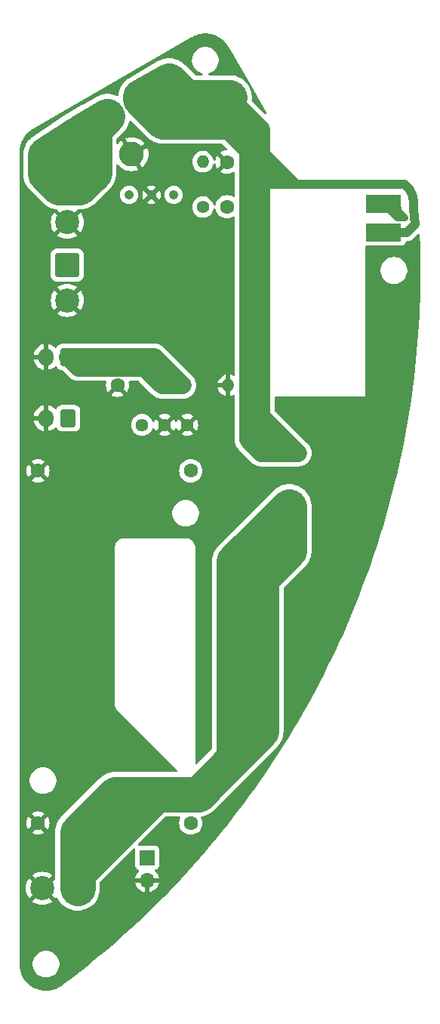
<source format=gbr>
%TF.GenerationSoftware,KiCad,Pcbnew,7.0.9*%
%TF.CreationDate,2024-01-11T17:45:52+09:00*%
%TF.ProjectId,PowerSuplyUnit,506f7765-7253-4757-906c-79556e69742e,rev?*%
%TF.SameCoordinates,Original*%
%TF.FileFunction,Copper,L2,Bot*%
%TF.FilePolarity,Positive*%
%FSLAX46Y46*%
G04 Gerber Fmt 4.6, Leading zero omitted, Abs format (unit mm)*
G04 Created by KiCad (PCBNEW 7.0.9) date 2024-01-11 17:45:52*
%MOMM*%
%LPD*%
G01*
G04 APERTURE LIST*
G04 Aperture macros list*
%AMRoundRect*
0 Rectangle with rounded corners*
0 $1 Rounding radius*
0 $2 $3 $4 $5 $6 $7 $8 $9 X,Y pos of 4 corners*
0 Add a 4 corners polygon primitive as box body*
4,1,4,$2,$3,$4,$5,$6,$7,$8,$9,$2,$3,0*
0 Add four circle primitives for the rounded corners*
1,1,$1+$1,$2,$3*
1,1,$1+$1,$4,$5*
1,1,$1+$1,$6,$7*
1,1,$1+$1,$8,$9*
0 Add four rect primitives between the rounded corners*
20,1,$1+$1,$2,$3,$4,$5,0*
20,1,$1+$1,$4,$5,$6,$7,0*
20,1,$1+$1,$6,$7,$8,$9,0*
20,1,$1+$1,$8,$9,$2,$3,0*%
%AMHorizOval*
0 Thick line with rounded ends*
0 $1 width*
0 $2 $3 position (X,Y) of the first rounded end (center of the circle)*
0 $4 $5 position (X,Y) of the second rounded end (center of the circle)*
0 Add line between two ends*
20,1,$1,$2,$3,$4,$5,0*
0 Add two circle primitives to create the rounded ends*
1,1,$1,$2,$3*
1,1,$1,$4,$5*%
%AMRotRect*
0 Rectangle, with rotation*
0 The origin of the aperture is its center*
0 $1 length*
0 $2 width*
0 $3 Rotation angle, in degrees counterclockwise*
0 Add horizontal line*
21,1,$1,$2,0,0,$3*%
G04 Aperture macros list end*
%TA.AperFunction,ComponentPad*%
%ADD10RotRect,2.800000X2.800000X210.000000*%
%TD*%
%TA.AperFunction,ComponentPad*%
%ADD11HorizOval,2.800000X0.000000X0.000000X0.000000X0.000000X0*%
%TD*%
%TA.AperFunction,ComponentPad*%
%ADD12RoundRect,0.250000X0.600000X0.750000X-0.600000X0.750000X-0.600000X-0.750000X0.600000X-0.750000X0*%
%TD*%
%TA.AperFunction,ComponentPad*%
%ADD13O,1.700000X2.000000*%
%TD*%
%TA.AperFunction,ComponentPad*%
%ADD14O,4.000000X2.000000*%
%TD*%
%TA.AperFunction,ComponentPad*%
%ADD15RoundRect,0.250001X-1.099999X1.099999X-1.099999X-1.099999X1.099999X-1.099999X1.099999X1.099999X0*%
%TD*%
%TA.AperFunction,ComponentPad*%
%ADD16C,2.700000*%
%TD*%
%TA.AperFunction,ComponentPad*%
%ADD17RoundRect,0.250001X1.099999X1.099999X-1.099999X1.099999X-1.099999X-1.099999X1.099999X-1.099999X0*%
%TD*%
%TA.AperFunction,ComponentPad*%
%ADD18C,1.600000*%
%TD*%
%TA.AperFunction,ComponentPad*%
%ADD19C,1.400000*%
%TD*%
%TA.AperFunction,ComponentPad*%
%ADD20O,1.400000X1.400000*%
%TD*%
%TA.AperFunction,SMDPad,CuDef*%
%ADD21R,4.000000X2.000000*%
%TD*%
%TA.AperFunction,ComponentPad*%
%ADD22C,1.440000*%
%TD*%
%TA.AperFunction,ComponentPad*%
%ADD23HorizOval,1.500000X-0.300000X0.519615X0.300000X-0.519615X0*%
%TD*%
%TA.AperFunction,ComponentPad*%
%ADD24R,1.700000X1.700000*%
%TD*%
%TA.AperFunction,ComponentPad*%
%ADD25O,1.700000X1.700000*%
%TD*%
%TA.AperFunction,ComponentPad*%
%ADD26C,1.050000*%
%TD*%
%TA.AperFunction,ViaPad*%
%ADD27C,0.800000*%
%TD*%
%TA.AperFunction,Conductor*%
%ADD28C,4.000000*%
%TD*%
%TA.AperFunction,Conductor*%
%ADD29C,0.800000*%
%TD*%
%TA.AperFunction,Conductor*%
%ADD30C,2.000000*%
%TD*%
%TA.AperFunction,Conductor*%
%ADD31C,1.000000*%
%TD*%
G04 APERTURE END LIST*
D10*
%TO.P,D1,1,K*%
%TO.N,Net-(D1-K)*%
X155105262Y-54991000D03*
D11*
%TO.P,D1,2,A*%
%TO.N,GND*%
X144106739Y-61341000D03*
%TD*%
D12*
%TO.P,J1,1,Pin_1*%
%TO.N,+48V*%
X137009000Y-90932000D03*
D13*
%TO.P,J1,2,Pin_2*%
%TO.N,GND*%
X134509000Y-90932000D03*
%TD*%
D14*
%TO.P,SW2,1*%
%TO.N,+12V*%
X161798000Y-100838000D03*
%TO.P,SW2,2*%
%TO.N,Net-(D1-K)*%
X161798000Y-94838000D03*
%TD*%
D15*
%TO.P,J2,1,Pin_1*%
%TO.N,+12V*%
X136906000Y-73764000D03*
D16*
%TO.P,J2,2,Pin_2*%
%TO.N,GND*%
X136906000Y-77724000D03*
%TD*%
D17*
%TO.P,J2,1,Pin_1*%
%TO.N,+12V*%
X138053900Y-143653600D03*
D16*
%TO.P,J2,2,Pin_2*%
%TO.N,GND*%
X134093900Y-143653600D03*
%TD*%
D18*
%TO.P,C2,1*%
%TO.N,+5V*%
X147534000Y-87249000D03*
%TO.P,C2,2*%
%TO.N,GND*%
X142534000Y-87249000D03*
%TD*%
D19*
%TO.P,R1,1*%
%TO.N,+12V*%
X152113000Y-67270000D03*
D20*
%TO.P,R1,2*%
%TO.N,Net-(U1-ON{slash}OFF_CTRL)*%
X152113000Y-62190000D03*
%TD*%
D19*
%TO.P,R2,1*%
%TO.N,+5V*%
X149860000Y-87249000D03*
D20*
%TO.P,R2,2*%
%TO.N,GND*%
X154940000Y-87249000D03*
%TD*%
D21*
%TO.P,MES1,1,-*%
%TO.N,GND*%
X172353000Y-66929000D03*
%TO.P,MES1,2,+*%
%TO.N,Net-(D1-K)*%
X172353000Y-70104000D03*
%TD*%
D22*
%TO.P,RV1,1,1*%
%TO.N,GND*%
X150368000Y-91694000D03*
%TO.P,RV1,2,2*%
X147828000Y-91694000D03*
%TO.P,RV1,3,3*%
%TO.N,Net-(U1-TRIM)*%
X145288000Y-91694000D03*
%TD*%
D18*
%TO.P,C1,1*%
%TO.N,+12V*%
X154813000Y-67230000D03*
%TO.P,C1,2*%
%TO.N,GND*%
X154813000Y-62230000D03*
%TD*%
D23*
%TO.P,F1,1*%
%TO.N,Net-(BT1-+)*%
X138203502Y-58936000D03*
X141407796Y-57086000D03*
%TO.P,F1,2*%
%TO.N,Net-(D1-K)*%
X145131706Y-54936000D03*
X148336000Y-53086000D03*
%TD*%
D24*
%TO.P,J4,1,Pin_1*%
%TO.N,+48V*%
X145846800Y-140203000D03*
D25*
%TO.P,J4,2,Pin_2*%
%TO.N,GND*%
X145846800Y-142743000D03*
%TD*%
D26*
%TO.P,SW1,1*%
%TO.N,Net-(U1-ON{slash}OFF_CTRL)*%
X148844000Y-65913000D03*
%TO.P,SW1,2*%
%TO.N,GND*%
X146344000Y-65913000D03*
%TO.P,SW1,3*%
%TO.N,N/C*%
X143844000Y-65913000D03*
%TD*%
D12*
%TO.P,J3,1,Pin_1*%
%TO.N,+5V*%
X137009000Y-84074000D03*
D13*
%TO.P,J3,2,Pin_2*%
%TO.N,GND*%
X134509000Y-84074000D03*
%TD*%
D18*
%TO.P,U2,1,IN+*%
%TO.N,+12V*%
X150752000Y-96837500D03*
%TO.P,U2,2,IN-*%
%TO.N,GND*%
X133604000Y-96837500D03*
%TO.P,U2,3,OUT+*%
%TO.N,+48V*%
X150752000Y-136334500D03*
%TO.P,U2,4,OUT-*%
%TO.N,GND*%
X133604000Y-136334500D03*
%TD*%
D15*
%TO.P,BT1,1,+*%
%TO.N,Net-(BT1-+)*%
X136906000Y-65024000D03*
D16*
%TO.P,BT1,2,-*%
%TO.N,GND*%
X136906000Y-68984000D03*
%TD*%
D27*
%TO.N,GND*%
X152146000Y-127965200D03*
X161899600Y-125018800D03*
X138887200Y-131826000D03*
X143002000Y-72644000D03*
X153670000Y-60706000D03*
X173736000Y-78486000D03*
X174742520Y-68458551D03*
X140716000Y-123190000D03*
X145288000Y-101600000D03*
X164084000Y-96774000D03*
X133604000Y-99060000D03*
X160782000Y-89916000D03*
X149479000Y-76835000D03*
X141071600Y-110896400D03*
X152095200Y-117398800D03*
X140716000Y-96012000D03*
X146812000Y-68580000D03*
X153619200Y-136245600D03*
X145084800Y-145745200D03*
X165455600Y-104444800D03*
X142748000Y-89408000D03*
X141732000Y-66294000D03*
X148336000Y-142646400D03*
X146558000Y-63246000D03*
X133604000Y-128270000D03*
X150622000Y-60706000D03*
X158445200Y-130556000D03*
X143129000Y-81280000D03*
X152247600Y-106730800D03*
X154990800Y-103022400D03*
X171704000Y-96266000D03*
X154940000Y-90932000D03*
X167132000Y-113030000D03*
X134112000Y-114452400D03*
X147421600Y-129743200D03*
X161696400Y-110337600D03*
X147320000Y-89408000D03*
%TD*%
D28*
%TO.N,Net-(BT1-+)*%
X139898051Y-63403549D02*
X139898051Y-60858400D01*
X141407796Y-57086000D02*
X139898051Y-58595745D01*
X138203502Y-58936000D02*
X139898051Y-57957651D01*
X136906000Y-65024000D02*
X135940800Y-65024000D01*
X138277600Y-65024000D02*
X139898051Y-63403549D01*
X136906000Y-60233502D02*
X138203502Y-58936000D01*
X136906000Y-65024000D02*
X138277600Y-65024000D01*
X139898051Y-57957651D02*
X141407796Y-57086000D01*
X136906000Y-65024000D02*
X136906000Y-60233502D01*
X135940800Y-65024000D02*
X134467600Y-63550800D01*
X139898051Y-58595745D02*
X139898051Y-60858400D01*
X139898051Y-60858400D02*
X139898051Y-57957651D01*
X134467600Y-61417200D02*
X138203502Y-58936000D01*
X134467600Y-63550800D02*
X134467600Y-61417200D01*
D29*
%TO.N,GND*%
X172353000Y-66929000D02*
X172734000Y-67310000D01*
X174742520Y-68458551D02*
X173882551Y-68458551D01*
X173212969Y-66929000D02*
X174742520Y-68458551D01*
X172734000Y-67310000D02*
X173990000Y-67310000D01*
X173882551Y-68458551D02*
X172353000Y-66929000D01*
X172353000Y-66929000D02*
X173212969Y-66929000D01*
D28*
%TO.N,+12V*%
X151587200Y-133096000D02*
X155642000Y-129041200D01*
X138053900Y-143653600D02*
X138053900Y-141895900D01*
X142290800Y-133096000D02*
X138053900Y-137332900D01*
X149199600Y-133096000D02*
X151587200Y-133096000D01*
X158648400Y-126034800D02*
X155642000Y-129041200D01*
X155642000Y-128838000D02*
X155642000Y-111912400D01*
X155642000Y-106994000D02*
X161798000Y-100838000D01*
X146853800Y-133096000D02*
X149199600Y-133096000D01*
X155642000Y-111912400D02*
X158161200Y-109393200D01*
X158161200Y-109393200D02*
X161798000Y-105756400D01*
X138053900Y-141895900D02*
X146853800Y-133096000D01*
X155642000Y-111912400D02*
X155642000Y-106994000D01*
X158648400Y-109880400D02*
X158648400Y-126034800D01*
X138053900Y-137332900D02*
X138053900Y-143653600D01*
X155642000Y-129041200D02*
X155642000Y-128838000D01*
X161798000Y-105756400D02*
X161798000Y-100838000D01*
X158161200Y-109393200D02*
X158648400Y-109880400D01*
X149199600Y-133096000D02*
X142290800Y-133096000D01*
D30*
%TO.N,+5V*%
X146685000Y-84074000D02*
X149860000Y-87249000D01*
X138184000Y-85249000D02*
X137009000Y-84074000D01*
X138633200Y-84074000D02*
X137009000Y-84074000D01*
X147534000Y-87249000D02*
X145306100Y-85021100D01*
X145306100Y-85021100D02*
X144359000Y-84074000D01*
X142348200Y-85249000D02*
X141173200Y-84074000D01*
X144359000Y-84074000D02*
X141173200Y-84074000D01*
X141173200Y-84074000D02*
X138633200Y-84074000D01*
X137009000Y-84074000D02*
X146685000Y-84074000D01*
X147534000Y-87249000D02*
X145534000Y-85249000D01*
X145534000Y-85249000D02*
X142348200Y-85249000D01*
X149860000Y-87249000D02*
X147534000Y-87249000D01*
X142348200Y-85249000D02*
X138184000Y-85249000D01*
%TO.N,Net-(D1-K)*%
X155105262Y-57505600D02*
X157619862Y-57505600D01*
X155105262Y-54991000D02*
X155105262Y-57505600D01*
D28*
X145131706Y-54936000D02*
X148336000Y-53086000D01*
D31*
X174714164Y-64719200D02*
X162610800Y-64719200D01*
X175787035Y-67498055D02*
X175710233Y-66500683D01*
D30*
X158648400Y-58534138D02*
X157898938Y-59283600D01*
X155105262Y-58890062D02*
X157175200Y-60960000D01*
X158642800Y-91694000D02*
X158642800Y-94838000D01*
X157175200Y-93370400D02*
X158642800Y-94838000D01*
D31*
X160045400Y-62153800D02*
X158648400Y-60756800D01*
X159918400Y-62280800D02*
X160045400Y-62153800D01*
X159918400Y-63449200D02*
X159918400Y-62280800D01*
X158648400Y-60756800D02*
X158648400Y-60553600D01*
D30*
X161798000Y-94838000D02*
X162808400Y-94838000D01*
D31*
X175710233Y-66500683D02*
X175696928Y-66358501D01*
D30*
X156972000Y-59283600D02*
X156260800Y-59283600D01*
D31*
X175554015Y-65801404D02*
X175436354Y-65540424D01*
D28*
X147653704Y-57658000D02*
X155346400Y-57658000D01*
D31*
X160934400Y-63449200D02*
X159918400Y-63449200D01*
D30*
X156260800Y-59283600D02*
X157175200Y-60198000D01*
D31*
X175696928Y-66358501D02*
X175641029Y-66074144D01*
D28*
X145131706Y-54936000D02*
X145131706Y-55136002D01*
D31*
X162077400Y-64185800D02*
X160934400Y-64185800D01*
X162610800Y-64719200D02*
X160629600Y-64719200D01*
X160934400Y-64185800D02*
X160934400Y-63449200D01*
X175006000Y-70104000D02*
X175889121Y-69220879D01*
X160629600Y-64719200D02*
X158699200Y-64719200D01*
X162610800Y-64719200D02*
X162077400Y-64185800D01*
D30*
X155105262Y-57505600D02*
X155105262Y-58102338D01*
X158648400Y-64668400D02*
X158648400Y-90017600D01*
D31*
X175889121Y-69220879D02*
X175787035Y-67498055D01*
D30*
X158642800Y-94838000D02*
X161798000Y-94838000D01*
X158261131Y-58146869D02*
X158648400Y-58534138D01*
D31*
X160629600Y-64719200D02*
X160096200Y-64185800D01*
X172353000Y-70104000D02*
X175006000Y-70104000D01*
X175641029Y-66074144D02*
X175554015Y-65801404D01*
D30*
X158648400Y-90017600D02*
X158648400Y-91688400D01*
D31*
X159639000Y-63728600D02*
X158648400Y-62738000D01*
X160096200Y-64185800D02*
X159639000Y-63728600D01*
D28*
X150241000Y-54991000D02*
X155105262Y-54991000D01*
D30*
X158648400Y-91688400D02*
X161798000Y-94838000D01*
D31*
X158699200Y-64719200D02*
X158648400Y-64668400D01*
D30*
X157175200Y-60198000D02*
X157175200Y-60960000D01*
D31*
X160934400Y-63449200D02*
X160934400Y-63042800D01*
X175436354Y-65540424D02*
X175289592Y-65294628D01*
D30*
X158648400Y-90678000D02*
X158648400Y-90017600D01*
D31*
X160934400Y-64185800D02*
X160096200Y-64185800D01*
X162610800Y-64719200D02*
X160553400Y-62661800D01*
D30*
X155105262Y-54991000D02*
X155105262Y-58890062D01*
X162808400Y-94838000D02*
X158648400Y-90678000D01*
X157619862Y-57505600D02*
X158261131Y-58146869D01*
D28*
X155346400Y-57658000D02*
X156972000Y-59283600D01*
D31*
X159918400Y-63449200D02*
X159639000Y-63728600D01*
D30*
X155092400Y-58115200D02*
X156260800Y-59283600D01*
D31*
X160934400Y-63042800D02*
X160553400Y-62661800D01*
D28*
X148336000Y-53086000D02*
X150241000Y-54991000D01*
D30*
X158648400Y-91688400D02*
X158642800Y-91694000D01*
D28*
X145131706Y-55136002D02*
X147653704Y-57658000D01*
D30*
X158648400Y-62738000D02*
X158648400Y-64668400D01*
X157175200Y-60960000D02*
X157175200Y-93370400D01*
D31*
X160553400Y-62661800D02*
X160045400Y-62153800D01*
D30*
X157898938Y-59283600D02*
X156972000Y-59283600D01*
X158648400Y-60553600D02*
X158648400Y-62738000D01*
X155105262Y-58102338D02*
X155092400Y-58115200D01*
D31*
X175289592Y-65294628D02*
X174714164Y-64719200D01*
D30*
X155105262Y-54991000D02*
X158261131Y-58146869D01*
X158648400Y-58534138D02*
X158648400Y-60553600D01*
%TD*%
%TA.AperFunction,Conductor*%
%TO.N,GND*%
G36*
X152454141Y-47803337D02*
G01*
X152615687Y-47811804D01*
X152774238Y-47826672D01*
X152778109Y-47827159D01*
X152936856Y-47852302D01*
X152939722Y-47852828D01*
X153094301Y-47885081D01*
X153097628Y-47885873D01*
X153252899Y-47927478D01*
X153256176Y-47928455D01*
X153406166Y-47977810D01*
X153408939Y-47978799D01*
X153558942Y-48036379D01*
X153562555Y-48037900D01*
X153707336Y-48104316D01*
X153851438Y-48177740D01*
X153855243Y-48179853D01*
X153991818Y-48262146D01*
X154126911Y-48349877D01*
X154130860Y-48352668D01*
X154257817Y-48450085D01*
X154382179Y-48550791D01*
X154386176Y-48554323D01*
X154502384Y-48666264D01*
X154614276Y-48778156D01*
X154618169Y-48782432D01*
X154677845Y-48854456D01*
X154723394Y-48909432D01*
X154755020Y-48948487D01*
X154820459Y-49029299D01*
X154824149Y-49034358D01*
X154924875Y-49188198D01*
X154996753Y-49298881D01*
X154998443Y-49301637D01*
X157099248Y-52940339D01*
X159254659Y-56673620D01*
X159271132Y-56741520D01*
X159248279Y-56807547D01*
X159193358Y-56850738D01*
X159123805Y-56857379D01*
X159061702Y-56825363D01*
X159059591Y-56823301D01*
X158749477Y-56513187D01*
X158744386Y-56507422D01*
X158727601Y-56485857D01*
X158658940Y-56422649D01*
X157623911Y-55387621D01*
X157590426Y-55326298D01*
X157588570Y-55284402D01*
X157605762Y-55148318D01*
X157605762Y-54833682D01*
X157605761Y-54833680D01*
X157605761Y-54833670D01*
X157573941Y-54581793D01*
X157566328Y-54521527D01*
X157512767Y-54312921D01*
X157488081Y-54216774D01*
X157488080Y-54216771D01*
X157372260Y-53924242D01*
X157372259Y-53924241D01*
X157372258Y-53924239D01*
X157372256Y-53924234D01*
X157220678Y-53648516D01*
X157220672Y-53648509D01*
X157220670Y-53648504D01*
X157035746Y-53393978D01*
X157035738Y-53393968D01*
X157022386Y-53379749D01*
X156820356Y-53164610D01*
X156820354Y-53164608D01*
X156820352Y-53164606D01*
X156577927Y-52964054D01*
X156577923Y-52964051D01*
X156312271Y-52795464D01*
X156312265Y-52795461D01*
X156027583Y-52661499D01*
X156027578Y-52661497D01*
X155728345Y-52564270D01*
X155728342Y-52564269D01*
X155728341Y-52564269D01*
X155573809Y-52534790D01*
X155419273Y-52505311D01*
X155419266Y-52505310D01*
X155183851Y-52490500D01*
X155183845Y-52490500D01*
X152831534Y-52490500D01*
X152764495Y-52470815D01*
X152718740Y-52418011D01*
X152708796Y-52348853D01*
X152737821Y-52285297D01*
X152796599Y-52247523D01*
X152801094Y-52246294D01*
X152888881Y-52224063D01*
X153116607Y-52124173D01*
X153324785Y-51988164D01*
X153507738Y-51819744D01*
X153660474Y-51623509D01*
X153778828Y-51404810D01*
X153859571Y-51169614D01*
X153900500Y-50924335D01*
X153900500Y-50675665D01*
X153859571Y-50430386D01*
X153778828Y-50195190D01*
X153660474Y-49976491D01*
X153507738Y-49780256D01*
X153324785Y-49611836D01*
X153324782Y-49611833D01*
X153116606Y-49475826D01*
X152888881Y-49375936D01*
X152647824Y-49314892D01*
X152647813Y-49314890D01*
X152482548Y-49301197D01*
X152462067Y-49299500D01*
X152337933Y-49299500D01*
X152318521Y-49301108D01*
X152152186Y-49314890D01*
X152152175Y-49314892D01*
X151911118Y-49375936D01*
X151683393Y-49475826D01*
X151475217Y-49611833D01*
X151292261Y-49780257D01*
X151139524Y-49976493D01*
X151021172Y-50195188D01*
X151021169Y-50195197D01*
X150940429Y-50430383D01*
X150910885Y-50607435D01*
X150899500Y-50675665D01*
X150899500Y-50924335D01*
X150900355Y-50929459D01*
X150940429Y-51169616D01*
X151021169Y-51404802D01*
X151021172Y-51404811D01*
X151139524Y-51623506D01*
X151139526Y-51623509D01*
X151292262Y-51819744D01*
X151451744Y-51966557D01*
X151475217Y-51988166D01*
X151683393Y-52124173D01*
X151911118Y-52224063D01*
X151998906Y-52246294D01*
X152059062Y-52281834D01*
X152090454Y-52344254D01*
X152083116Y-52413738D01*
X152039377Y-52468223D01*
X151973124Y-52490412D01*
X151968466Y-52490500D01*
X151328103Y-52490500D01*
X151261064Y-52470815D01*
X151240422Y-52454181D01*
X150113396Y-51327155D01*
X150012474Y-51224097D01*
X150012473Y-51224096D01*
X150012469Y-51224092D01*
X150012459Y-51224084D01*
X149941760Y-51168047D01*
X149939270Y-51165965D01*
X149871607Y-51106312D01*
X149871606Y-51106311D01*
X149819193Y-51070691D01*
X149815531Y-51068000D01*
X149765890Y-51028656D01*
X149765888Y-51028654D01*
X149714109Y-50997296D01*
X149688717Y-50981918D01*
X149686010Y-50980180D01*
X149611375Y-50929459D01*
X149601317Y-50924334D01*
X149554910Y-50900688D01*
X149550938Y-50898477D01*
X149496772Y-50865672D01*
X149496756Y-50865664D01*
X149414361Y-50828979D01*
X149411432Y-50827582D01*
X149331035Y-50786618D01*
X149271417Y-50765153D01*
X149267201Y-50763458D01*
X149209334Y-50737694D01*
X149209330Y-50737693D01*
X149209328Y-50737692D01*
X149171880Y-50726385D01*
X149122957Y-50711614D01*
X149119877Y-50710595D01*
X149034995Y-50680037D01*
X148997858Y-50671736D01*
X148973152Y-50666213D01*
X148968779Y-50665066D01*
X148908120Y-50646753D01*
X148819178Y-50631709D01*
X148816005Y-50631087D01*
X148727941Y-50611402D01*
X148727924Y-50611400D01*
X148664858Y-50605438D01*
X148660354Y-50604845D01*
X148597895Y-50594281D01*
X148597884Y-50594280D01*
X148507755Y-50590503D01*
X148504517Y-50590283D01*
X148468260Y-50586856D01*
X148414698Y-50581793D01*
X148414695Y-50581793D01*
X148351369Y-50583782D01*
X148346826Y-50583758D01*
X148283535Y-50581106D01*
X148283521Y-50581106D01*
X148193643Y-50588653D01*
X148190403Y-50588840D01*
X148100209Y-50591675D01*
X148037635Y-50601587D01*
X148033123Y-50602133D01*
X147970002Y-50607433D01*
X147969987Y-50607435D01*
X147881746Y-50626190D01*
X147878556Y-50626781D01*
X147789463Y-50640892D01*
X147789454Y-50640895D01*
X147728608Y-50658572D01*
X147724200Y-50659679D01*
X147662239Y-50672849D01*
X147662237Y-50672850D01*
X147577033Y-50702519D01*
X147573948Y-50703504D01*
X147487312Y-50728675D01*
X147487311Y-50728675D01*
X147429161Y-50753838D01*
X147424929Y-50755488D01*
X147365094Y-50776326D01*
X147284301Y-50816432D01*
X147281358Y-50817797D01*
X147198548Y-50853634D01*
X147198546Y-50853635D01*
X147074382Y-50927066D01*
X143904133Y-52757410D01*
X143789224Y-52820582D01*
X143789214Y-52820588D01*
X143704325Y-52882265D01*
X143616924Y-52940334D01*
X143616914Y-52940341D01*
X143602564Y-52952727D01*
X143579116Y-52972966D01*
X143575068Y-52976174D01*
X143562196Y-52985527D01*
X143534677Y-53005520D01*
X143458180Y-53077356D01*
X143378744Y-53145922D01*
X143378743Y-53145923D01*
X143345333Y-53183028D01*
X143341700Y-53186737D01*
X143305317Y-53220904D01*
X143238428Y-53301758D01*
X143168210Y-53379743D01*
X143168206Y-53379749D01*
X143139720Y-53420733D01*
X143136581Y-53424868D01*
X143104758Y-53463336D01*
X143048523Y-53551950D01*
X142988639Y-53638112D01*
X142965510Y-53682350D01*
X142962915Y-53686846D01*
X142936172Y-53728986D01*
X142936170Y-53728990D01*
X142891488Y-53823944D01*
X142842867Y-53916947D01*
X142825469Y-53963727D01*
X142823458Y-53968513D01*
X142802202Y-54013687D01*
X142802201Y-54013689D01*
X142769772Y-54113495D01*
X142733196Y-54211844D01*
X142721796Y-54260444D01*
X142720400Y-54265445D01*
X142704974Y-54312924D01*
X142685310Y-54416006D01*
X142661348Y-54518167D01*
X142656128Y-54567818D01*
X142655370Y-54572952D01*
X142646019Y-54621973D01*
X142646016Y-54622000D01*
X142640237Y-54713859D01*
X142616382Y-54779530D01*
X142560809Y-54821879D01*
X142491163Y-54827461D01*
X142467237Y-54819875D01*
X142412872Y-54796350D01*
X142281124Y-54737692D01*
X142271970Y-54734929D01*
X142265259Y-54732473D01*
X142256482Y-54728674D01*
X142146321Y-54696670D01*
X142117959Y-54688430D01*
X142066349Y-54672848D01*
X141979922Y-54646754D01*
X141979910Y-54646751D01*
X141970487Y-54645157D01*
X141963528Y-54643563D01*
X141954347Y-54640895D01*
X141954339Y-54640893D01*
X141811867Y-54618329D01*
X141765573Y-54610499D01*
X141669687Y-54594281D01*
X141669685Y-54594280D01*
X141669680Y-54594280D01*
X141660126Y-54593879D01*
X141653025Y-54593170D01*
X141643588Y-54591675D01*
X141499424Y-54587145D01*
X141355333Y-54581106D01*
X141355318Y-54581106D01*
X141345787Y-54581906D01*
X141338658Y-54582092D01*
X141334740Y-54581970D01*
X141329105Y-54581793D01*
X141329096Y-54581793D01*
X141185488Y-54595367D01*
X141041796Y-54607433D01*
X141041785Y-54607435D01*
X141032437Y-54609421D01*
X141025393Y-54610499D01*
X141015863Y-54611401D01*
X141015858Y-54611401D01*
X141015858Y-54611402D01*
X140883921Y-54640893D01*
X140875067Y-54642872D01*
X140734042Y-54672848D01*
X140734025Y-54672852D01*
X140725002Y-54675994D01*
X140718145Y-54677947D01*
X140708798Y-54680037D01*
X140708798Y-54680038D01*
X140618333Y-54712607D01*
X140573100Y-54728892D01*
X140500327Y-54754234D01*
X140436900Y-54776322D01*
X140436888Y-54776327D01*
X140428322Y-54780579D01*
X140421762Y-54783377D01*
X140412765Y-54786616D01*
X140284232Y-54852107D01*
X140225599Y-54881213D01*
X140215672Y-54886945D01*
X140212820Y-54888493D01*
X140132433Y-54929452D01*
X140132419Y-54929460D01*
X140080010Y-54965075D01*
X140076161Y-54967489D01*
X138717701Y-55751797D01*
X138717688Y-55751805D01*
X138670462Y-55779069D01*
X138555573Y-55842231D01*
X138555559Y-55842239D01*
X138536941Y-55855765D01*
X138531498Y-55859300D01*
X137011365Y-56736951D01*
X137008512Y-56738499D01*
X136928133Y-56779455D01*
X136928120Y-56779462D01*
X136809015Y-56860406D01*
X133173480Y-59274947D01*
X133169047Y-59277631D01*
X133125114Y-59301784D01*
X133125106Y-59301789D01*
X133040396Y-59363335D01*
X133018748Y-59377714D01*
X133018742Y-59377718D01*
X132976822Y-59409525D01*
X132870570Y-59486722D01*
X132870565Y-59486726D01*
X132870557Y-59486733D01*
X132853946Y-59502331D01*
X132848982Y-59506525D01*
X132830821Y-59520305D01*
X132736946Y-59612203D01*
X132641209Y-59702106D01*
X132641207Y-59702108D01*
X132626677Y-59719671D01*
X132622279Y-59724453D01*
X132605990Y-59740399D01*
X132605971Y-59740421D01*
X132524368Y-59843342D01*
X132440651Y-59944538D01*
X132428432Y-59963790D01*
X132424671Y-59969082D01*
X132410503Y-59986953D01*
X132342443Y-60099290D01*
X132272063Y-60210192D01*
X132272059Y-60210198D01*
X132262347Y-60230834D01*
X132259279Y-60236556D01*
X132247465Y-60256058D01*
X132194039Y-60376002D01*
X132139675Y-60491533D01*
X132138093Y-60494894D01*
X132131048Y-60516576D01*
X132128718Y-60522643D01*
X132119440Y-60543475D01*
X132081464Y-60669181D01*
X132040868Y-60794123D01*
X132036591Y-60816533D01*
X132035042Y-60822839D01*
X132028454Y-60844652D01*
X132028452Y-60844658D01*
X132006528Y-60974140D01*
X131981912Y-61103182D01*
X131980478Y-61125940D01*
X131979732Y-61132391D01*
X131975927Y-61154872D01*
X131975925Y-61154886D01*
X131970403Y-61286106D01*
X131967100Y-61338612D01*
X131967100Y-61364610D01*
X131962696Y-61469234D01*
X131966883Y-61519197D01*
X131967100Y-61524376D01*
X131967100Y-63511527D01*
X131963404Y-63629162D01*
X131963393Y-63629498D01*
X131971717Y-63717564D01*
X131974499Y-63746996D01*
X131981910Y-63864804D01*
X131981912Y-63864815D01*
X131988745Y-63900639D01*
X131989568Y-63906421D01*
X131993002Y-63942738D01*
X132018750Y-64057929D01*
X132040869Y-64173879D01*
X132050551Y-64203680D01*
X132052140Y-64208569D01*
X132053682Y-64214204D01*
X132061638Y-64249798D01*
X132101620Y-64360851D01*
X132138094Y-64473108D01*
X132138100Y-64473122D01*
X132153625Y-64506115D01*
X132155861Y-64511513D01*
X132168218Y-64545834D01*
X132221810Y-64651015D01*
X132272060Y-64757803D01*
X132291601Y-64788595D01*
X132294497Y-64793671D01*
X132311055Y-64826167D01*
X132311060Y-64826177D01*
X132377408Y-64923805D01*
X132440651Y-65023461D01*
X132440653Y-65023464D01*
X132463900Y-65051565D01*
X132467409Y-65056238D01*
X132487912Y-65086406D01*
X132565977Y-65174953D01*
X132641206Y-65265890D01*
X132641208Y-65265892D01*
X132727252Y-65346694D01*
X134144905Y-66764347D01*
X134189368Y-66811694D01*
X134225706Y-66850390D01*
X134313682Y-66923170D01*
X134316646Y-66925622D01*
X134405193Y-67003688D01*
X134411381Y-67007893D01*
X134435363Y-67024191D01*
X134440030Y-67027694D01*
X134465136Y-67048464D01*
X134468141Y-67050950D01*
X134529341Y-67089788D01*
X134567794Y-67114191D01*
X134665425Y-67180541D01*
X134665433Y-67180545D01*
X134665438Y-67180548D01*
X134697925Y-67197101D01*
X134703002Y-67199997D01*
X134733781Y-67219530D01*
X134733787Y-67219533D01*
X134733793Y-67219537D01*
X134840601Y-67269797D01*
X134945768Y-67323382D01*
X134980085Y-67335736D01*
X134985473Y-67337968D01*
X135005410Y-67347350D01*
X135018480Y-67353501D01*
X135018483Y-67353502D01*
X135018485Y-67353503D01*
X135130752Y-67389981D01*
X135241803Y-67429962D01*
X135252589Y-67432373D01*
X135277398Y-67437919D01*
X135283031Y-67439459D01*
X135317721Y-67450731D01*
X135433668Y-67472849D01*
X135548862Y-67498598D01*
X135585182Y-67502030D01*
X135590952Y-67502852D01*
X135626785Y-67509688D01*
X135626788Y-67509688D01*
X135626791Y-67509689D01*
X135744596Y-67517100D01*
X135748508Y-67517469D01*
X135753214Y-67517914D01*
X135818104Y-67543812D01*
X135829237Y-67553683D01*
X136507391Y-68231837D01*
X136388569Y-68303331D01*
X136254342Y-68430477D01*
X136151138Y-68582692D01*
X135433039Y-67864593D01*
X135345701Y-67981264D01*
X135218884Y-68213512D01*
X135126400Y-68461471D01*
X135070152Y-68720039D01*
X135051274Y-68983998D01*
X135051274Y-68984001D01*
X135070152Y-69247960D01*
X135126400Y-69506528D01*
X135218884Y-69754487D01*
X135345701Y-69986735D01*
X135345706Y-69986743D01*
X135433038Y-70103406D01*
X135433039Y-70103406D01*
X136154766Y-69381679D01*
X136198316Y-69463822D01*
X136318009Y-69604735D01*
X136465195Y-69716623D01*
X136507402Y-69736150D01*
X135786592Y-70456959D01*
X135786593Y-70456960D01*
X135903256Y-70544293D01*
X135903264Y-70544298D01*
X136135513Y-70671115D01*
X136135512Y-70671115D01*
X136383471Y-70763599D01*
X136642039Y-70819847D01*
X136905999Y-70838726D01*
X136906001Y-70838726D01*
X137169960Y-70819847D01*
X137428528Y-70763599D01*
X137676487Y-70671115D01*
X137908735Y-70544298D01*
X137908736Y-70544297D01*
X138025406Y-70456959D01*
X137304609Y-69736161D01*
X137423431Y-69664669D01*
X137557658Y-69537523D01*
X137660861Y-69385308D01*
X138378959Y-70103406D01*
X138466297Y-69986736D01*
X138466298Y-69986735D01*
X138593115Y-69754487D01*
X138685599Y-69506528D01*
X138741847Y-69247960D01*
X138760726Y-68984001D01*
X138760726Y-68983998D01*
X138741847Y-68720039D01*
X138685599Y-68461471D01*
X138593115Y-68213512D01*
X138466298Y-67981264D01*
X138466293Y-67981256D01*
X138378960Y-67864593D01*
X138378959Y-67864592D01*
X137657232Y-68586319D01*
X137613684Y-68504178D01*
X137493991Y-68363265D01*
X137346805Y-68251377D01*
X137304596Y-68231849D01*
X137975627Y-67560819D01*
X138036950Y-67527334D01*
X138063308Y-67524500D01*
X138238328Y-67524500D01*
X138356298Y-67528207D01*
X138473796Y-67517100D01*
X138591615Y-67509688D01*
X138627467Y-67502848D01*
X138633207Y-67502031D01*
X138669538Y-67498598D01*
X138784729Y-67472849D01*
X138900679Y-67450731D01*
X138935386Y-67439453D01*
X138940983Y-67437921D01*
X138976596Y-67429962D01*
X139087651Y-67389979D01*
X139199915Y-67353503D01*
X139232930Y-67337966D01*
X139238301Y-67335741D01*
X139272632Y-67323383D01*
X139377815Y-67269789D01*
X139484607Y-67219537D01*
X139515413Y-67199985D01*
X139520469Y-67197102D01*
X139552975Y-67180541D01*
X139650605Y-67114191D01*
X139689059Y-67089788D01*
X139750252Y-67050955D01*
X139750263Y-67050947D01*
X139757085Y-67045303D01*
X139778379Y-67027686D01*
X139783013Y-67024206D01*
X139813205Y-67003689D01*
X139901753Y-66925622D01*
X139992694Y-66850390D01*
X140073493Y-66764347D01*
X140924840Y-65913000D01*
X142813538Y-65913000D01*
X142833337Y-66114031D01*
X142891978Y-66307345D01*
X142987198Y-66485488D01*
X142987203Y-66485495D01*
X143115352Y-66641647D01*
X143224016Y-66730824D01*
X143271506Y-66769798D01*
X143271509Y-66769799D01*
X143271511Y-66769801D01*
X143449654Y-66865021D01*
X143449656Y-66865021D01*
X143449659Y-66865023D01*
X143642967Y-66923662D01*
X143844000Y-66943462D01*
X144045033Y-66923662D01*
X144238341Y-66865023D01*
X144265716Y-66850391D01*
X144390852Y-66783504D01*
X144416494Y-66769798D01*
X144572647Y-66641647D01*
X144700798Y-66485494D01*
X144796023Y-66307341D01*
X144854662Y-66114033D01*
X144874462Y-65913000D01*
X145314040Y-65913000D01*
X145333829Y-66113932D01*
X145392442Y-66307152D01*
X145463450Y-66439996D01*
X145946046Y-65957400D01*
X145958835Y-66038148D01*
X146016359Y-66151045D01*
X146105955Y-66240641D01*
X146218852Y-66298165D01*
X146299599Y-66310953D01*
X145817002Y-66793548D01*
X145817003Y-66793549D01*
X145949847Y-66864557D01*
X146143067Y-66923170D01*
X146344000Y-66942959D01*
X146544932Y-66923170D01*
X146738150Y-66864557D01*
X146870996Y-66793548D01*
X146388401Y-66310953D01*
X146469148Y-66298165D01*
X146582045Y-66240641D01*
X146671641Y-66151045D01*
X146729165Y-66038148D01*
X146741953Y-65957400D01*
X147224548Y-66439996D01*
X147295557Y-66307150D01*
X147354170Y-66113932D01*
X147373959Y-65913000D01*
X147813538Y-65913000D01*
X147833337Y-66114031D01*
X147891978Y-66307345D01*
X147987198Y-66485488D01*
X147987203Y-66485495D01*
X148115352Y-66641647D01*
X148224016Y-66730824D01*
X148271506Y-66769798D01*
X148271509Y-66769799D01*
X148271511Y-66769801D01*
X148449654Y-66865021D01*
X148449656Y-66865021D01*
X148449659Y-66865023D01*
X148642967Y-66923662D01*
X148844000Y-66943462D01*
X149045033Y-66923662D01*
X149238341Y-66865023D01*
X149265716Y-66850391D01*
X149390852Y-66783504D01*
X149416494Y-66769798D01*
X149572647Y-66641647D01*
X149700798Y-66485494D01*
X149796023Y-66307341D01*
X149854662Y-66114033D01*
X149874462Y-65913000D01*
X149854662Y-65711967D01*
X149796023Y-65518659D01*
X149796021Y-65518656D01*
X149796021Y-65518654D01*
X149700801Y-65340511D01*
X149700799Y-65340509D01*
X149700798Y-65340506D01*
X149639564Y-65265892D01*
X149572647Y-65184352D01*
X149416495Y-65056203D01*
X149416488Y-65056198D01*
X149238345Y-64960978D01*
X149045031Y-64902337D01*
X148844000Y-64882538D01*
X148642968Y-64902337D01*
X148449654Y-64960978D01*
X148271511Y-65056198D01*
X148271504Y-65056203D01*
X148115352Y-65184352D01*
X147987203Y-65340504D01*
X147987198Y-65340511D01*
X147891978Y-65518654D01*
X147833337Y-65711968D01*
X147813538Y-65913000D01*
X147373959Y-65913000D01*
X147354170Y-65712067D01*
X147295557Y-65518847D01*
X147224549Y-65386003D01*
X147224548Y-65386002D01*
X146741953Y-65868598D01*
X146729165Y-65787852D01*
X146671641Y-65674955D01*
X146582045Y-65585359D01*
X146469148Y-65527835D01*
X146388401Y-65515046D01*
X146870996Y-65032450D01*
X146738152Y-64961442D01*
X146544932Y-64902829D01*
X146344000Y-64883040D01*
X146143067Y-64902829D01*
X145949845Y-64961443D01*
X145817002Y-65032449D01*
X146299599Y-65515046D01*
X146218852Y-65527835D01*
X146105955Y-65585359D01*
X146016359Y-65674955D01*
X145958835Y-65787852D01*
X145946046Y-65868598D01*
X145463449Y-65386002D01*
X145392443Y-65518845D01*
X145333829Y-65712067D01*
X145314040Y-65913000D01*
X144874462Y-65913000D01*
X144854662Y-65711967D01*
X144796023Y-65518659D01*
X144796021Y-65518656D01*
X144796021Y-65518654D01*
X144700801Y-65340511D01*
X144700799Y-65340509D01*
X144700798Y-65340506D01*
X144639564Y-65265892D01*
X144572647Y-65184352D01*
X144416495Y-65056203D01*
X144416488Y-65056198D01*
X144238345Y-64960978D01*
X144045031Y-64902337D01*
X143844000Y-64882538D01*
X143642968Y-64902337D01*
X143449654Y-64960978D01*
X143271511Y-65056198D01*
X143271504Y-65056203D01*
X143115352Y-65184352D01*
X142987203Y-65340504D01*
X142987198Y-65340511D01*
X142891978Y-65518654D01*
X142833337Y-65711968D01*
X142813538Y-65913000D01*
X140924840Y-65913000D01*
X141638398Y-65199442D01*
X141724441Y-65118643D01*
X141799673Y-65027702D01*
X141877740Y-64939154D01*
X141898244Y-64908980D01*
X141901751Y-64904311D01*
X141902977Y-64902829D01*
X141924998Y-64876212D01*
X141988248Y-64776545D01*
X142054592Y-64678923D01*
X142071159Y-64646407D01*
X142074037Y-64641361D01*
X142093588Y-64610556D01*
X142143842Y-64503759D01*
X142197434Y-64398581D01*
X142209792Y-64364250D01*
X142212017Y-64358879D01*
X142227554Y-64325864D01*
X142252270Y-64249796D01*
X142264030Y-64213600D01*
X142265841Y-64208569D01*
X142304013Y-64102545D01*
X142311972Y-64066932D01*
X142313504Y-64061335D01*
X142324782Y-64026628D01*
X142346900Y-63910678D01*
X142372649Y-63795487D01*
X142376082Y-63759161D01*
X142376900Y-63753406D01*
X142383739Y-63717564D01*
X142383739Y-63717562D01*
X142383740Y-63717558D01*
X142391150Y-63599765D01*
X142391379Y-63597343D01*
X142402259Y-63482247D01*
X142398551Y-63364256D01*
X142398551Y-62602170D01*
X142418236Y-62535131D01*
X142471040Y-62489376D01*
X142540198Y-62479432D01*
X142603754Y-62508457D01*
X142621819Y-62527860D01*
X142667148Y-62588414D01*
X142667156Y-62588423D01*
X142859315Y-62780582D01*
X142859333Y-62780598D01*
X143076895Y-62943462D01*
X143076903Y-62943467D01*
X143315428Y-63073712D01*
X143315432Y-63073714D01*
X143570084Y-63168694D01*
X143835641Y-63226462D01*
X143835648Y-63226463D01*
X144106738Y-63245853D01*
X144106740Y-63245853D01*
X144377829Y-63226463D01*
X144377836Y-63226462D01*
X144643389Y-63168695D01*
X144832551Y-63098141D01*
X144217418Y-62032702D01*
X144275490Y-62025651D01*
X144434434Y-61965371D01*
X144574334Y-61868806D01*
X144650503Y-61782828D01*
X145265065Y-62847281D01*
X145354147Y-62780595D01*
X145354165Y-62780579D01*
X145546321Y-62588423D01*
X145546337Y-62588405D01*
X145709201Y-62370843D01*
X145709206Y-62370835D01*
X145839451Y-62132310D01*
X145839453Y-62132306D01*
X145934433Y-61877654D01*
X145992201Y-61612097D01*
X145992202Y-61612090D01*
X146011592Y-61341001D01*
X146011592Y-61340998D01*
X145992202Y-61069909D01*
X145992201Y-61069902D01*
X145934434Y-60804349D01*
X145863879Y-60615186D01*
X144800162Y-61229324D01*
X144766057Y-61090954D01*
X144687059Y-60940434D01*
X144574334Y-60813194D01*
X144550007Y-60796402D01*
X145613020Y-60182672D01*
X145546331Y-60093588D01*
X145546321Y-60093576D01*
X145354162Y-59901417D01*
X145354144Y-59901401D01*
X145136582Y-59738537D01*
X145136574Y-59738532D01*
X144898049Y-59608287D01*
X144898045Y-59608285D01*
X144643393Y-59513305D01*
X144377836Y-59455537D01*
X144377829Y-59455536D01*
X144106740Y-59436147D01*
X144106738Y-59436147D01*
X143835648Y-59455536D01*
X143835641Y-59455537D01*
X143570078Y-59513307D01*
X143380925Y-59583856D01*
X143380925Y-59583857D01*
X143996058Y-60649297D01*
X143937988Y-60656349D01*
X143779044Y-60716629D01*
X143639144Y-60813194D01*
X143562974Y-60899171D01*
X142948411Y-59834718D01*
X142859327Y-59901406D01*
X142859315Y-59901417D01*
X142667156Y-60093576D01*
X142667140Y-60093594D01*
X142621818Y-60154139D01*
X142565885Y-60196011D01*
X142496193Y-60200995D01*
X142434870Y-60167510D01*
X142401385Y-60106187D01*
X142398551Y-60079829D01*
X142398551Y-59682847D01*
X142418236Y-59615808D01*
X142434866Y-59595170D01*
X143109497Y-58920538D01*
X143112777Y-58917491D01*
X143160763Y-58876072D01*
X143221158Y-58808994D01*
X143223344Y-58806692D01*
X143231483Y-58798554D01*
X143231483Y-58798553D01*
X143231492Y-58798545D01*
X143231491Y-58798545D01*
X143274793Y-58749428D01*
X143274794Y-58749427D01*
X143371295Y-58642252D01*
X143376758Y-58634391D01*
X143381151Y-58628788D01*
X143387485Y-58621605D01*
X143468558Y-58502308D01*
X143550863Y-58383888D01*
X143555299Y-58375400D01*
X143558964Y-58369279D01*
X143564337Y-58361374D01*
X143629800Y-58232894D01*
X143696633Y-58105057D01*
X143699968Y-58096088D01*
X143702836Y-58089553D01*
X143707179Y-58081032D01*
X143756028Y-57945347D01*
X143806306Y-57810154D01*
X143808491Y-57800834D01*
X143810520Y-57793989D01*
X143813758Y-57784996D01*
X143843240Y-57653100D01*
X143877073Y-57591972D01*
X143938587Y-57558837D01*
X144008249Y-57564219D01*
X144051934Y-57592471D01*
X145857809Y-59398347D01*
X145902272Y-59445694D01*
X145938610Y-59484390D01*
X146029550Y-59559622D01*
X146118099Y-59637689D01*
X146139674Y-59652351D01*
X146148267Y-59658191D01*
X146152942Y-59661701D01*
X146181045Y-59684950D01*
X146208079Y-59702106D01*
X146280707Y-59748197D01*
X146378330Y-59814541D01*
X146378335Y-59814544D01*
X146378343Y-59814548D01*
X146410826Y-59831099D01*
X146415903Y-59833995D01*
X146419129Y-59836042D01*
X146446697Y-59853537D01*
X146446699Y-59853538D01*
X146446701Y-59853539D01*
X146553493Y-59903791D01*
X146633462Y-59944538D01*
X146658672Y-59957383D01*
X146693000Y-59969741D01*
X146698381Y-59971970D01*
X146715598Y-59980072D01*
X146731383Y-59987501D01*
X146731386Y-59987502D01*
X146731388Y-59987502D01*
X146731389Y-59987503D01*
X146843652Y-60023979D01*
X146954708Y-60063962D01*
X146972017Y-60067831D01*
X146990295Y-60071917D01*
X146995932Y-60073459D01*
X147027242Y-60083631D01*
X147030625Y-60084731D01*
X147146574Y-60106849D01*
X147261766Y-60132598D01*
X147298093Y-60136031D01*
X147303842Y-60136849D01*
X147334917Y-60142777D01*
X147339688Y-60143688D01*
X147457487Y-60151099D01*
X147575006Y-60162208D01*
X147692996Y-60158500D01*
X154200310Y-60158500D01*
X154267349Y-60178185D01*
X154287991Y-60194819D01*
X154813664Y-60720492D01*
X154847149Y-60781815D01*
X154842165Y-60851507D01*
X154800293Y-60907440D01*
X154736790Y-60931701D01*
X154586400Y-60944858D01*
X154586389Y-60944860D01*
X154366682Y-61003730D01*
X154366673Y-61003734D01*
X154160513Y-61099868D01*
X154087526Y-61150973D01*
X154768599Y-61832046D01*
X154687852Y-61844835D01*
X154574955Y-61902359D01*
X154485359Y-61991955D01*
X154427835Y-62104852D01*
X154415046Y-62185599D01*
X153733973Y-61504526D01*
X153733972Y-61504527D01*
X153682868Y-61577513D01*
X153586734Y-61783673D01*
X153586731Y-61783680D01*
X153537442Y-61967630D01*
X153501077Y-62027290D01*
X153438230Y-62057819D01*
X153368854Y-62049524D01*
X153314976Y-62005039D01*
X153298401Y-61969470D01*
X153297877Y-61967630D01*
X153237229Y-61754472D01*
X153178972Y-61637476D01*
X153138061Y-61555316D01*
X153138056Y-61555308D01*
X153003979Y-61377761D01*
X152839562Y-61227876D01*
X152839560Y-61227874D01*
X152650404Y-61110754D01*
X152650398Y-61110752D01*
X152442940Y-61030382D01*
X152224243Y-60989500D01*
X152001757Y-60989500D01*
X151783060Y-61030382D01*
X151651864Y-61081207D01*
X151575601Y-61110752D01*
X151575595Y-61110754D01*
X151386439Y-61227874D01*
X151386437Y-61227876D01*
X151222020Y-61377761D01*
X151087943Y-61555308D01*
X151087938Y-61555316D01*
X150988775Y-61754461D01*
X150988769Y-61754476D01*
X150927885Y-61968462D01*
X150927884Y-61968464D01*
X150907357Y-62189999D01*
X150907357Y-62190000D01*
X150927884Y-62411535D01*
X150927885Y-62411537D01*
X150988769Y-62625523D01*
X150988775Y-62625538D01*
X151087938Y-62824683D01*
X151087943Y-62824691D01*
X151222020Y-63002238D01*
X151386437Y-63152123D01*
X151386439Y-63152125D01*
X151575595Y-63269245D01*
X151575596Y-63269245D01*
X151575599Y-63269247D01*
X151783060Y-63349618D01*
X152001757Y-63390500D01*
X152001759Y-63390500D01*
X152224241Y-63390500D01*
X152224243Y-63390500D01*
X152442940Y-63349618D01*
X152650401Y-63269247D01*
X152839562Y-63152124D01*
X152988503Y-63016346D01*
X153003979Y-63002238D01*
X153048365Y-62943462D01*
X153138058Y-62824689D01*
X153237229Y-62625528D01*
X153287374Y-62449286D01*
X153324652Y-62390195D01*
X153387961Y-62360637D01*
X153457201Y-62369999D01*
X153510387Y-62415308D01*
X153524875Y-62451799D01*
X153526458Y-62451376D01*
X153586730Y-62676317D01*
X153586734Y-62676326D01*
X153682865Y-62882481D01*
X153682866Y-62882483D01*
X153733973Y-62955471D01*
X153733974Y-62955472D01*
X154415046Y-62274399D01*
X154427835Y-62355148D01*
X154485359Y-62468045D01*
X154574955Y-62557641D01*
X154687852Y-62615165D01*
X154768597Y-62627953D01*
X154087526Y-63309025D01*
X154087526Y-63309026D01*
X154160512Y-63360131D01*
X154160516Y-63360133D01*
X154366673Y-63456265D01*
X154366682Y-63456269D01*
X154586389Y-63515139D01*
X154586400Y-63515141D01*
X154812998Y-63534966D01*
X154813002Y-63534966D01*
X155039599Y-63515141D01*
X155039610Y-63515139D01*
X155259317Y-63456269D01*
X155259326Y-63456265D01*
X155465483Y-63360133D01*
X155465485Y-63360132D01*
X155479574Y-63350267D01*
X155545780Y-63327938D01*
X155613548Y-63344947D01*
X155661362Y-63395894D01*
X155674700Y-63451840D01*
X155674700Y-66007550D01*
X155655015Y-66074589D01*
X155602211Y-66120344D01*
X155533053Y-66130288D01*
X155479579Y-66109126D01*
X155465734Y-66099432D01*
X155465732Y-66099431D01*
X155259497Y-66003261D01*
X155259488Y-66003258D01*
X155039697Y-65944366D01*
X155039693Y-65944365D01*
X155039692Y-65944365D01*
X155039691Y-65944364D01*
X155039686Y-65944364D01*
X154813002Y-65924532D01*
X154812998Y-65924532D01*
X154586313Y-65944364D01*
X154586302Y-65944366D01*
X154366511Y-66003258D01*
X154366502Y-66003261D01*
X154160267Y-66099431D01*
X154160265Y-66099432D01*
X153973858Y-66229954D01*
X153812954Y-66390858D01*
X153682432Y-66577265D01*
X153682431Y-66577267D01*
X153586261Y-66783502D01*
X153586258Y-66783511D01*
X153526136Y-67007893D01*
X153489771Y-67067554D01*
X153426924Y-67098083D01*
X153357548Y-67089788D01*
X153303671Y-67045303D01*
X153287095Y-67009734D01*
X153286571Y-67007893D01*
X153237229Y-66834472D01*
X153216852Y-66793549D01*
X153138061Y-66635316D01*
X153138056Y-66635308D01*
X153003979Y-66457761D01*
X152839562Y-66307876D01*
X152839560Y-66307874D01*
X152650404Y-66190754D01*
X152650398Y-66190752D01*
X152442940Y-66110382D01*
X152224243Y-66069500D01*
X152001757Y-66069500D01*
X151783060Y-66110382D01*
X151731677Y-66130288D01*
X151575601Y-66190752D01*
X151575595Y-66190754D01*
X151386439Y-66307874D01*
X151386437Y-66307876D01*
X151222020Y-66457761D01*
X151087943Y-66635308D01*
X151087938Y-66635316D01*
X150988775Y-66834461D01*
X150988769Y-66834476D01*
X150927885Y-67048462D01*
X150927884Y-67048464D01*
X150907357Y-67269999D01*
X150907357Y-67270000D01*
X150927884Y-67491535D01*
X150927885Y-67491537D01*
X150988769Y-67705523D01*
X150988775Y-67705538D01*
X151087938Y-67904683D01*
X151087943Y-67904691D01*
X151222020Y-68082238D01*
X151278801Y-68134000D01*
X151384157Y-68230045D01*
X151386437Y-68232123D01*
X151386439Y-68232125D01*
X151575595Y-68349245D01*
X151575596Y-68349245D01*
X151575599Y-68349247D01*
X151783060Y-68429618D01*
X152001757Y-68470500D01*
X152001759Y-68470500D01*
X152224241Y-68470500D01*
X152224243Y-68470500D01*
X152442940Y-68429618D01*
X152650401Y-68349247D01*
X152839562Y-68232124D01*
X153003981Y-68082236D01*
X153138058Y-67904689D01*
X153237229Y-67705528D01*
X153298115Y-67491536D01*
X153298115Y-67491531D01*
X153298134Y-67491466D01*
X153335413Y-67432373D01*
X153398722Y-67402815D01*
X153467962Y-67412177D01*
X153521148Y-67457486D01*
X153537175Y-67493306D01*
X153586259Y-67676491D01*
X153586261Y-67676497D01*
X153682431Y-67882732D01*
X153682432Y-67882734D01*
X153812954Y-68069141D01*
X153973858Y-68230045D01*
X153973861Y-68230047D01*
X154160266Y-68360568D01*
X154366504Y-68456739D01*
X154366509Y-68456740D01*
X154366511Y-68456741D01*
X154384164Y-68461471D01*
X154586308Y-68515635D01*
X154748230Y-68529801D01*
X154812998Y-68535468D01*
X154813000Y-68535468D01*
X154813002Y-68535468D01*
X154869673Y-68530509D01*
X155039692Y-68515635D01*
X155259496Y-68456739D01*
X155465734Y-68360568D01*
X155479577Y-68350874D01*
X155545780Y-68328547D01*
X155613548Y-68345556D01*
X155661362Y-68396503D01*
X155674700Y-68452449D01*
X155674700Y-86069879D01*
X155655015Y-86136918D01*
X155602211Y-86182673D01*
X155533053Y-86192617D01*
X155485424Y-86175307D01*
X155477182Y-86170204D01*
X155477177Y-86170201D01*
X155269799Y-86089864D01*
X155190000Y-86074946D01*
X155190000Y-87000061D01*
X155108885Y-86936928D01*
X154998405Y-86899000D01*
X154910995Y-86899000D01*
X154824784Y-86913386D01*
X154722053Y-86968981D01*
X154642940Y-87054921D01*
X154596018Y-87161892D01*
X154586372Y-87278302D01*
X154615047Y-87391538D01*
X154678936Y-87489327D01*
X154771115Y-87561072D01*
X154881595Y-87599000D01*
X154969005Y-87599000D01*
X155055216Y-87584614D01*
X155157947Y-87529019D01*
X155190000Y-87494200D01*
X155190000Y-88423052D01*
X155269804Y-88408135D01*
X155477177Y-88327798D01*
X155477181Y-88327796D01*
X155485418Y-88322696D01*
X155552778Y-88304137D01*
X155619479Y-88324943D01*
X155664342Y-88378506D01*
X155674700Y-88428120D01*
X155674700Y-93273381D01*
X155674224Y-93281056D01*
X155670843Y-93308179D01*
X155674700Y-93401435D01*
X155674700Y-93432464D01*
X155677262Y-93463390D01*
X155681118Y-93556633D01*
X155686726Y-93583383D01*
X155687835Y-93590990D01*
X155690091Y-93618218D01*
X155690091Y-93618219D01*
X155690092Y-93618221D01*
X155713001Y-93708688D01*
X155732151Y-93800014D01*
X155732152Y-93800016D01*
X155742082Y-93825467D01*
X155744427Y-93832787D01*
X155751137Y-93859281D01*
X155765446Y-93891903D01*
X155788620Y-93944735D01*
X155822544Y-94031675D01*
X155836532Y-94055150D01*
X155840052Y-94061988D01*
X155851025Y-94087004D01*
X155851027Y-94087007D01*
X155902060Y-94165120D01*
X155949834Y-94245294D01*
X155967496Y-94266147D01*
X155972087Y-94272304D01*
X155987036Y-94295185D01*
X155987037Y-94295186D01*
X156050233Y-94363835D01*
X156070300Y-94387529D01*
X156092249Y-94409478D01*
X156155457Y-94478139D01*
X156177022Y-94494924D01*
X156182787Y-94500015D01*
X157513184Y-95830412D01*
X157518273Y-95836174D01*
X157535062Y-95857744D01*
X157535064Y-95857746D01*
X157535065Y-95857747D01*
X157578990Y-95898183D01*
X157582615Y-95901808D01*
X157623053Y-95945735D01*
X157623056Y-95945738D01*
X157670181Y-95982417D01*
X157674086Y-95985724D01*
X157718015Y-96026164D01*
X157718017Y-96026165D01*
X157718018Y-96026166D01*
X157740886Y-96041106D01*
X157747050Y-96045702D01*
X157767906Y-96063366D01*
X157791378Y-96077352D01*
X157797721Y-96081686D01*
X157819291Y-96098474D01*
X157871808Y-96126894D01*
X157876199Y-96129510D01*
X157926193Y-96162173D01*
X157934152Y-96165664D01*
X157951216Y-96173150D01*
X157958048Y-96176665D01*
X157981527Y-96190656D01*
X158006988Y-96200590D01*
X158013948Y-96203817D01*
X158037990Y-96216828D01*
X158094474Y-96236218D01*
X158099242Y-96238078D01*
X158153919Y-96262063D01*
X158180423Y-96268774D01*
X158187720Y-96271112D01*
X158213186Y-96281050D01*
X158239936Y-96286658D01*
X158247325Y-96288692D01*
X158273186Y-96297571D01*
X158273190Y-96297571D01*
X158273191Y-96297572D01*
X158303342Y-96302603D01*
X158332081Y-96307398D01*
X158337095Y-96308449D01*
X158394979Y-96323108D01*
X158419784Y-96325163D01*
X158422207Y-96325364D01*
X158429817Y-96326473D01*
X158437001Y-96327979D01*
X158456563Y-96332081D01*
X158483870Y-96333209D01*
X158491505Y-96334000D01*
X158509354Y-96336979D01*
X158518457Y-96338499D01*
X158518460Y-96338499D01*
X158518465Y-96338500D01*
X158518470Y-96338500D01*
X158611765Y-96338500D01*
X158705021Y-96342357D01*
X158732147Y-96338975D01*
X158739819Y-96338500D01*
X160735933Y-96338500D01*
X161735933Y-96338500D01*
X161766965Y-96338500D01*
X161860219Y-96342357D01*
X161860220Y-96342357D01*
X161860220Y-96342356D01*
X161860221Y-96342357D01*
X161864307Y-96341847D01*
X161887342Y-96338977D01*
X161895018Y-96338500D01*
X162777374Y-96338500D01*
X162870621Y-96342357D01*
X162963222Y-96330814D01*
X163056212Y-96323109D01*
X163056213Y-96323108D01*
X163056221Y-96323108D01*
X163082705Y-96316401D01*
X163090266Y-96314978D01*
X163117373Y-96311599D01*
X163117375Y-96311599D01*
X163117376Y-96311598D01*
X163117381Y-96311598D01*
X163206822Y-96284970D01*
X163297281Y-96262063D01*
X163322311Y-96251083D01*
X163329510Y-96248444D01*
X163355713Y-96240644D01*
X163439563Y-96199652D01*
X163525007Y-96162173D01*
X163547880Y-96147227D01*
X163554551Y-96143436D01*
X163579116Y-96131429D01*
X163655062Y-96077203D01*
X163733185Y-96026164D01*
X163753302Y-96007644D01*
X163759252Y-96002812D01*
X163781495Y-95986932D01*
X163847466Y-95920960D01*
X163916138Y-95857744D01*
X163932925Y-95836173D01*
X163938008Y-95830417D01*
X163957332Y-95811095D01*
X164011548Y-95735161D01*
X164068874Y-95661509D01*
X164081887Y-95637461D01*
X164085940Y-95630968D01*
X164101829Y-95608716D01*
X164142813Y-95524880D01*
X164187228Y-95442810D01*
X164196103Y-95416955D01*
X164199039Y-95409867D01*
X164211044Y-95385313D01*
X164237668Y-95295880D01*
X164267971Y-95207614D01*
X164272468Y-95180659D01*
X164274203Y-95173161D01*
X164281996Y-95146987D01*
X164281998Y-95146981D01*
X164293541Y-95054376D01*
X164308900Y-94962335D01*
X164308900Y-94935018D01*
X164309377Y-94927342D01*
X164310676Y-94916914D01*
X164312757Y-94900221D01*
X164308900Y-94806973D01*
X164308900Y-94713665D01*
X164304399Y-94686698D01*
X164303608Y-94679063D01*
X164302480Y-94651763D01*
X164283332Y-94560446D01*
X164267971Y-94468386D01*
X164259096Y-94442536D01*
X164257055Y-94435121D01*
X164256120Y-94430664D01*
X164251449Y-94408386D01*
X164251445Y-94408378D01*
X164251445Y-94408374D01*
X164217537Y-94321476D01*
X164187228Y-94233190D01*
X164174213Y-94209141D01*
X164170986Y-94202178D01*
X164161055Y-94176726D01*
X164131127Y-94126499D01*
X164113295Y-94096572D01*
X164068878Y-94014498D01*
X164068877Y-94014496D01*
X164068874Y-94014491D01*
X164052087Y-93992924D01*
X164047755Y-93986583D01*
X164033766Y-93963106D01*
X164033760Y-93963098D01*
X163973459Y-93891903D01*
X163916143Y-93818261D01*
X163916140Y-93818259D01*
X163916138Y-93818256D01*
X163880490Y-93785440D01*
X163847466Y-93755038D01*
X160185219Y-90092791D01*
X160151734Y-90031468D01*
X160148900Y-90005110D01*
X160148900Y-88643500D01*
X160168585Y-88576461D01*
X160221389Y-88530706D01*
X160272900Y-88519500D01*
X170296240Y-88519500D01*
X170296383Y-88519528D01*
X170296384Y-88519524D01*
X170320997Y-88519539D01*
X170321000Y-88519541D01*
X170321383Y-88519383D01*
X170321500Y-88519099D01*
X170321541Y-88519000D01*
X170321540Y-88518997D01*
X170321583Y-88494889D01*
X170321500Y-88494467D01*
X170321500Y-74495534D01*
X172032300Y-74495534D01*
X172073229Y-74740816D01*
X172153969Y-74976002D01*
X172153972Y-74976011D01*
X172272324Y-75194706D01*
X172272326Y-75194709D01*
X172425062Y-75390944D01*
X172584544Y-75537757D01*
X172608017Y-75559366D01*
X172816193Y-75695373D01*
X173043918Y-75795263D01*
X173284975Y-75856307D01*
X173284979Y-75856308D01*
X173284981Y-75856308D01*
X173284986Y-75856309D01*
X173418176Y-75867345D01*
X173470733Y-75871700D01*
X173470735Y-75871700D01*
X173594865Y-75871700D01*
X173594867Y-75871700D01*
X173656084Y-75866627D01*
X173780613Y-75856309D01*
X173780616Y-75856308D01*
X173780621Y-75856308D01*
X174021681Y-75795263D01*
X174249407Y-75695373D01*
X174457585Y-75559364D01*
X174640538Y-75390944D01*
X174793274Y-75194709D01*
X174911628Y-74976010D01*
X174992371Y-74740814D01*
X175033300Y-74495535D01*
X175033300Y-74246865D01*
X174992371Y-74001586D01*
X174911628Y-73766390D01*
X174793274Y-73547691D01*
X174640538Y-73351456D01*
X174457585Y-73183036D01*
X174457582Y-73183033D01*
X174249406Y-73047026D01*
X174021681Y-72947136D01*
X173780624Y-72886092D01*
X173780613Y-72886090D01*
X173615348Y-72872397D01*
X173594867Y-72870700D01*
X173470733Y-72870700D01*
X173451321Y-72872308D01*
X173284986Y-72886090D01*
X173284975Y-72886092D01*
X173043918Y-72947136D01*
X172816193Y-73047026D01*
X172608017Y-73183033D01*
X172425061Y-73351457D01*
X172272324Y-73547693D01*
X172153972Y-73766388D01*
X172153969Y-73766397D01*
X172073229Y-74001583D01*
X172032300Y-74246865D01*
X172032300Y-74495534D01*
X170321500Y-74495534D01*
X170321500Y-71728499D01*
X170341185Y-71661460D01*
X170393989Y-71615705D01*
X170445500Y-71604499D01*
X174400871Y-71604499D01*
X174400872Y-71604499D01*
X174460483Y-71598091D01*
X174595331Y-71547796D01*
X174710546Y-71461546D01*
X174796796Y-71346331D01*
X174847091Y-71211483D01*
X174847091Y-71211481D01*
X174848874Y-71203938D01*
X174851146Y-71204474D01*
X174873429Y-71150688D01*
X174930823Y-71110843D01*
X174969976Y-71104500D01*
X174993284Y-71104500D01*
X175082358Y-71106757D01*
X175082358Y-71106756D01*
X175082363Y-71106757D01*
X175142753Y-71095932D01*
X175147412Y-71095280D01*
X175189607Y-71090988D01*
X175208438Y-71089074D01*
X175241227Y-71078786D01*
X175248840Y-71076918D01*
X175282653Y-71070858D01*
X175339621Y-71048101D01*
X175344053Y-71046524D01*
X175402588Y-71028159D01*
X175432627Y-71011484D01*
X175439708Y-71008122D01*
X175471617Y-70995377D01*
X175522854Y-70961608D01*
X175526851Y-70959187D01*
X175580502Y-70929409D01*
X175606568Y-70907030D01*
X175612843Y-70902300D01*
X175641519Y-70883402D01*
X175684917Y-70840002D01*
X175688336Y-70836834D01*
X175734895Y-70796866D01*
X175755931Y-70769688D01*
X175761101Y-70763818D01*
X176234969Y-70289950D01*
X176296290Y-70256467D01*
X176365982Y-70261451D01*
X176421915Y-70303323D01*
X176446332Y-70368787D01*
X176446499Y-70371547D01*
X176448977Y-70421986D01*
X176488717Y-71750776D01*
X176508054Y-72419481D01*
X176520612Y-73661709D01*
X176527207Y-74417702D01*
X176515644Y-75612214D01*
X176506434Y-76415828D01*
X176472123Y-77579783D01*
X176445741Y-78413156D01*
X176389446Y-79555109D01*
X176345153Y-80408910D01*
X176267326Y-81534277D01*
X176204718Y-82402145D01*
X176105635Y-83514551D01*
X176024489Y-84392158D01*
X175904393Y-85493406D01*
X175804533Y-86378217D01*
X175663598Y-87469686D01*
X175544951Y-88359413D01*
X175383310Y-89442086D01*
X175245836Y-90335042D01*
X175063621Y-91409478D01*
X174907318Y-92304255D01*
X174704620Y-93370973D01*
X174529542Y-94266232D01*
X174306437Y-95325590D01*
X174112646Y-96220266D01*
X173869261Y-97272242D01*
X173656803Y-98165557D01*
X173393215Y-99210269D01*
X173162208Y-100101278D01*
X172878505Y-101138721D01*
X172629048Y-102026716D01*
X172325346Y-103056734D01*
X172057537Y-103941096D01*
X171733927Y-104963592D01*
X171447918Y-105843616D01*
X171104511Y-106858409D01*
X170800440Y-107733513D01*
X170437301Y-108740533D01*
X170115350Y-109610073D01*
X169732621Y-110609017D01*
X169392960Y-111472458D01*
X168990679Y-112463286D01*
X168633529Y-113320010D01*
X168211852Y-114302379D01*
X167837379Y-115151954D01*
X167396378Y-116125715D01*
X167004848Y-116967528D01*
X166544642Y-117932421D01*
X166136244Y-118766074D01*
X165656945Y-119721851D01*
X165231971Y-120546766D01*
X164733629Y-121493297D01*
X164292383Y-122308929D01*
X163775116Y-123245946D01*
X163317868Y-124051854D01*
X162781696Y-124979253D01*
X162308902Y-125774712D01*
X161753835Y-126692394D01*
X161265784Y-127477021D01*
X160691981Y-128384625D01*
X160188996Y-129158006D01*
X159596486Y-130055380D01*
X159079087Y-130816845D01*
X158467779Y-131703996D01*
X157936485Y-132452933D01*
X157306375Y-133329717D01*
X156761697Y-134065584D01*
X156112679Y-134931973D01*
X155555295Y-135654060D01*
X154887195Y-136510083D01*
X154317864Y-137217648D01*
X153630407Y-138063420D01*
X153049939Y-138755738D01*
X152342844Y-139591329D01*
X151752324Y-140267437D01*
X151024953Y-141093278D01*
X150425690Y-141752071D01*
X149677359Y-142568553D01*
X149071035Y-143208662D01*
X148300464Y-144016708D01*
X147689514Y-144636166D01*
X146894959Y-145437016D01*
X146282477Y-146033454D01*
X145461281Y-146829032D01*
X144852309Y-147398562D01*
X144000111Y-148192095D01*
X143402348Y-148728939D01*
X142511953Y-149525732D01*
X141939876Y-150019015D01*
X140997468Y-150829350D01*
X140482212Y-151255814D01*
X139457189Y-152102489D01*
X139092412Y-152392201D01*
X137896093Y-153341178D01*
X136323352Y-154538819D01*
X136320058Y-154541162D01*
X136185842Y-154630180D01*
X136043961Y-154723657D01*
X136038205Y-154727021D01*
X135891389Y-154802535D01*
X135740748Y-154878359D01*
X135734969Y-154880907D01*
X135578553Y-154940581D01*
X135422005Y-154997710D01*
X135416319Y-154999480D01*
X135253226Y-155041799D01*
X135215079Y-155050873D01*
X135091866Y-155080178D01*
X135086371Y-155081226D01*
X134918908Y-155105387D01*
X134754537Y-155124723D01*
X134749319Y-155125114D01*
X134579760Y-155130662D01*
X134414362Y-155130777D01*
X134409493Y-155130589D01*
X134240000Y-155117362D01*
X134075727Y-155098268D01*
X134071268Y-155097585D01*
X133903969Y-155065676D01*
X133742986Y-155027622D01*
X133738982Y-155026533D01*
X133577448Y-154976733D01*
X133574540Y-154975757D01*
X133420402Y-154919750D01*
X133416882Y-154918348D01*
X133261791Y-154851007D01*
X133258685Y-154849555D01*
X133112126Y-154776040D01*
X133109106Y-154774419D01*
X132962387Y-154690371D01*
X132959158Y-154688388D01*
X132822106Y-154598333D01*
X132819586Y-154596586D01*
X132683079Y-154496888D01*
X132679825Y-154494341D01*
X132608831Y-154434816D01*
X132553052Y-154388049D01*
X132427427Y-154273021D01*
X132424230Y-154269872D01*
X132310712Y-154149632D01*
X132198730Y-154021648D01*
X132195668Y-154017858D01*
X132096891Y-153885256D01*
X131999933Y-153746006D01*
X131997133Y-153741601D01*
X131914342Y-153598281D01*
X131833577Y-153449611D01*
X131831132Y-153444581D01*
X131765416Y-153292312D01*
X131713824Y-153165744D01*
X131701797Y-153136237D01*
X131699823Y-153130642D01*
X131652027Y-152971070D01*
X131606310Y-152809949D01*
X131604901Y-152803813D01*
X131575609Y-152637771D01*
X131548341Y-152474903D01*
X131547596Y-152468283D01*
X131537151Y-152289063D01*
X131536114Y-152270334D01*
X133017900Y-152270334D01*
X133058829Y-152515616D01*
X133139569Y-152750802D01*
X133139572Y-152750811D01*
X133171576Y-152809949D01*
X133257926Y-152969509D01*
X133410662Y-153165744D01*
X133524045Y-153270120D01*
X133593617Y-153334166D01*
X133801793Y-153470173D01*
X134029518Y-153570063D01*
X134140846Y-153598255D01*
X134270579Y-153631108D01*
X134270581Y-153631108D01*
X134270586Y-153631109D01*
X134403776Y-153642145D01*
X134456333Y-153646500D01*
X134456335Y-153646500D01*
X134580465Y-153646500D01*
X134580467Y-153646500D01*
X134641684Y-153641427D01*
X134766213Y-153631109D01*
X134766216Y-153631108D01*
X134766221Y-153631108D01*
X135007281Y-153570063D01*
X135235007Y-153470173D01*
X135443185Y-153334164D01*
X135626138Y-153165744D01*
X135778874Y-152969509D01*
X135897228Y-152750810D01*
X135977971Y-152515614D01*
X136018900Y-152270335D01*
X136018900Y-152021665D01*
X135977971Y-151776386D01*
X135897228Y-151541190D01*
X135778874Y-151322491D01*
X135626138Y-151126256D01*
X135443185Y-150957836D01*
X135443182Y-150957833D01*
X135235006Y-150821826D01*
X135007281Y-150721936D01*
X134766224Y-150660892D01*
X134766213Y-150660890D01*
X134600948Y-150647197D01*
X134580467Y-150645500D01*
X134456333Y-150645500D01*
X134436921Y-150647108D01*
X134270586Y-150660890D01*
X134270575Y-150660892D01*
X134029518Y-150721936D01*
X133801793Y-150821826D01*
X133593617Y-150957833D01*
X133410661Y-151126257D01*
X133257924Y-151322493D01*
X133139572Y-151541188D01*
X133139569Y-151541197D01*
X133058829Y-151776383D01*
X133017900Y-152021665D01*
X133017900Y-152270334D01*
X131536114Y-152270334D01*
X131528816Y-152138493D01*
X131528722Y-152135074D01*
X131528722Y-143653601D01*
X132239174Y-143653601D01*
X132258052Y-143917560D01*
X132314300Y-144176128D01*
X132406784Y-144424087D01*
X132533601Y-144656335D01*
X132533606Y-144656343D01*
X132620938Y-144773006D01*
X132620939Y-144773006D01*
X133342666Y-144051279D01*
X133386216Y-144133422D01*
X133505909Y-144274335D01*
X133653095Y-144386223D01*
X133695302Y-144405750D01*
X132974492Y-145126559D01*
X132974493Y-145126560D01*
X133091156Y-145213893D01*
X133091164Y-145213898D01*
X133323413Y-145340715D01*
X133323412Y-145340715D01*
X133571371Y-145433199D01*
X133829939Y-145489447D01*
X134093899Y-145508326D01*
X134093901Y-145508326D01*
X134357860Y-145489447D01*
X134616428Y-145433199D01*
X134864387Y-145340715D01*
X135096635Y-145213898D01*
X135096636Y-145213897D01*
X135213306Y-145126559D01*
X134492509Y-144405761D01*
X134611331Y-144334269D01*
X134745558Y-144207123D01*
X134848761Y-144054908D01*
X135566859Y-144773006D01*
X135596909Y-144732864D01*
X135652842Y-144690992D01*
X135722534Y-144686008D01*
X135783857Y-144719492D01*
X135808374Y-144754377D01*
X135858360Y-144860603D01*
X135858364Y-144860609D01*
X136026951Y-145126261D01*
X136026954Y-145126265D01*
X136227506Y-145368690D01*
X136227508Y-145368692D01*
X136456868Y-145584076D01*
X136456878Y-145584084D01*
X136711404Y-145769008D01*
X136711409Y-145769010D01*
X136711416Y-145769016D01*
X136987134Y-145920594D01*
X136987139Y-145920596D01*
X136987141Y-145920597D01*
X136987142Y-145920598D01*
X137279671Y-146036418D01*
X137279674Y-146036419D01*
X137584423Y-146114665D01*
X137584427Y-146114666D01*
X137649910Y-146122938D01*
X137896570Y-146154099D01*
X137896579Y-146154099D01*
X137896582Y-146154100D01*
X137896584Y-146154100D01*
X138211216Y-146154100D01*
X138211218Y-146154100D01*
X138211221Y-146154099D01*
X138211229Y-146154099D01*
X138397493Y-146130568D01*
X138523373Y-146114666D01*
X138828125Y-146036419D01*
X138835614Y-146033454D01*
X139120657Y-145920598D01*
X139120658Y-145920597D01*
X139120656Y-145920597D01*
X139120666Y-145920594D01*
X139396384Y-145769016D01*
X139650930Y-145584078D01*
X139880290Y-145368694D01*
X140080847Y-145126263D01*
X140249437Y-144860607D01*
X140383403Y-144575915D01*
X140480631Y-144276679D01*
X140539588Y-143967615D01*
X140544953Y-143882340D01*
X140554400Y-143732189D01*
X140554400Y-142983003D01*
X140574085Y-142915964D01*
X140590719Y-142895322D01*
X142392763Y-141093278D01*
X144285751Y-139200289D01*
X144347072Y-139166806D01*
X144416764Y-139171790D01*
X144472697Y-139213662D01*
X144497114Y-139279126D01*
X144496720Y-139301224D01*
X144496300Y-139305127D01*
X144496300Y-141100870D01*
X144496301Y-141100876D01*
X144502708Y-141160483D01*
X144553002Y-141295328D01*
X144553006Y-141295335D01*
X144639252Y-141410544D01*
X144639255Y-141410547D01*
X144754464Y-141496793D01*
X144754471Y-141496797D01*
X144754474Y-141496798D01*
X144886398Y-141546002D01*
X144942331Y-141587873D01*
X144966749Y-141653337D01*
X144951898Y-141721610D01*
X144930747Y-141749865D01*
X144808686Y-141871926D01*
X144673200Y-142065420D01*
X144673199Y-142065422D01*
X144573370Y-142279507D01*
X144573367Y-142279513D01*
X144516164Y-142492999D01*
X144516164Y-142493000D01*
X145413114Y-142493000D01*
X145387307Y-142533156D01*
X145346800Y-142671111D01*
X145346800Y-142814889D01*
X145387307Y-142952844D01*
X145413114Y-142993000D01*
X144516164Y-142993000D01*
X144573367Y-143206486D01*
X144573370Y-143206492D01*
X144673199Y-143420578D01*
X144808694Y-143614082D01*
X144975717Y-143781105D01*
X145169221Y-143916600D01*
X145383307Y-144016429D01*
X145383316Y-144016433D01*
X145596800Y-144073634D01*
X145596800Y-143178501D01*
X145704485Y-143227680D01*
X145811037Y-143243000D01*
X145882563Y-143243000D01*
X145989115Y-143227680D01*
X146096800Y-143178501D01*
X146096800Y-144073633D01*
X146310283Y-144016433D01*
X146310292Y-144016429D01*
X146524378Y-143916600D01*
X146717882Y-143781105D01*
X146884905Y-143614082D01*
X147020400Y-143420578D01*
X147120229Y-143206492D01*
X147120232Y-143206486D01*
X147177436Y-142993000D01*
X146280486Y-142993000D01*
X146306293Y-142952844D01*
X146346800Y-142814889D01*
X146346800Y-142671111D01*
X146306293Y-142533156D01*
X146280486Y-142493000D01*
X147177436Y-142493000D01*
X147177435Y-142492999D01*
X147120232Y-142279513D01*
X147120229Y-142279507D01*
X147020400Y-142065422D01*
X147020399Y-142065420D01*
X146884913Y-141871926D01*
X146884908Y-141871920D01*
X146762853Y-141749865D01*
X146729368Y-141688542D01*
X146734352Y-141618850D01*
X146776224Y-141562917D01*
X146807200Y-141546002D01*
X146939131Y-141496796D01*
X147054346Y-141410546D01*
X147140596Y-141295331D01*
X147190891Y-141160483D01*
X147197300Y-141100873D01*
X147197299Y-139305128D01*
X147190891Y-139245517D01*
X147140596Y-139110669D01*
X147140595Y-139110668D01*
X147140593Y-139110664D01*
X147054347Y-138995455D01*
X147054344Y-138995452D01*
X146939135Y-138909206D01*
X146939128Y-138909202D01*
X146804282Y-138858908D01*
X146804283Y-138858908D01*
X146744683Y-138852501D01*
X146744681Y-138852500D01*
X146744673Y-138852500D01*
X146744664Y-138852500D01*
X144948929Y-138852500D01*
X144948905Y-138852502D01*
X144945018Y-138852920D01*
X144876260Y-138840510D01*
X144825126Y-138792896D01*
X144807851Y-138725195D01*
X144829921Y-138658903D01*
X144844085Y-138641955D01*
X147853222Y-135632819D01*
X147914545Y-135599334D01*
X147940903Y-135596500D01*
X149121017Y-135596500D01*
X149466551Y-135596500D01*
X149533590Y-135616185D01*
X149579345Y-135668989D01*
X149589289Y-135738147D01*
X149578933Y-135772905D01*
X149525262Y-135888002D01*
X149525258Y-135888011D01*
X149466366Y-136107802D01*
X149466364Y-136107813D01*
X149446532Y-136334498D01*
X149446532Y-136334501D01*
X149466364Y-136561186D01*
X149466366Y-136561197D01*
X149525258Y-136780988D01*
X149525261Y-136780997D01*
X149621431Y-136987232D01*
X149621432Y-136987234D01*
X149751954Y-137173641D01*
X149912858Y-137334545D01*
X149912861Y-137334547D01*
X150099266Y-137465068D01*
X150305504Y-137561239D01*
X150525308Y-137620135D01*
X150687230Y-137634301D01*
X150751998Y-137639968D01*
X150752000Y-137639968D01*
X150752002Y-137639968D01*
X150808673Y-137635009D01*
X150978692Y-137620135D01*
X151198496Y-137561239D01*
X151404734Y-137465068D01*
X151591139Y-137334547D01*
X151752047Y-137173639D01*
X151882568Y-136987234D01*
X151978739Y-136780996D01*
X152037635Y-136561192D01*
X152057468Y-136334500D01*
X152037635Y-136107808D01*
X151978739Y-135888004D01*
X151909917Y-135740415D01*
X151899425Y-135671337D01*
X151927945Y-135607553D01*
X151986421Y-135569314D01*
X151995232Y-135567000D01*
X152094329Y-135544849D01*
X152210279Y-135522731D01*
X152244986Y-135511453D01*
X152250583Y-135509921D01*
X152286196Y-135501962D01*
X152397251Y-135461979D01*
X152509515Y-135425503D01*
X152542530Y-135409966D01*
X152547901Y-135407741D01*
X152582232Y-135395383D01*
X152687415Y-135341789D01*
X152794207Y-135291537D01*
X152825013Y-135271985D01*
X152830074Y-135269100D01*
X152862575Y-135252541D01*
X152960205Y-135186191D01*
X153059852Y-135122955D01*
X153059863Y-135122947D01*
X153087979Y-135099686D01*
X153092613Y-135096206D01*
X153122805Y-135075689D01*
X153211353Y-134997622D01*
X153302294Y-134922390D01*
X153383093Y-134836347D01*
X157382347Y-130837093D01*
X157468390Y-130756294D01*
X157491639Y-130728189D01*
X157495561Y-130723878D01*
X160388747Y-127830693D01*
X160474790Y-127749894D01*
X160550029Y-127658945D01*
X160628088Y-127570406D01*
X160634682Y-127560701D01*
X160648595Y-127540228D01*
X160652088Y-127535576D01*
X160675347Y-127507463D01*
X160738591Y-127407804D01*
X160804942Y-127310174D01*
X160821511Y-127277652D01*
X160824389Y-127272608D01*
X160843937Y-127241807D01*
X160894187Y-127135019D01*
X160947783Y-127029832D01*
X160960141Y-126995501D01*
X160962366Y-126990130D01*
X160977903Y-126957115D01*
X161014379Y-126844851D01*
X161054362Y-126733796D01*
X161062321Y-126698183D01*
X161063853Y-126692586D01*
X161075131Y-126657879D01*
X161097249Y-126541929D01*
X161122998Y-126426738D01*
X161126431Y-126390412D01*
X161127249Y-126384657D01*
X161134088Y-126348815D01*
X161134088Y-126348813D01*
X161134089Y-126348809D01*
X161141499Y-126231016D01*
X161152608Y-126113498D01*
X161148900Y-125995507D01*
X161148900Y-109993103D01*
X161168585Y-109926064D01*
X161185219Y-109905422D01*
X163538347Y-107552293D01*
X163624390Y-107471494D01*
X163699622Y-107380553D01*
X163777689Y-107292005D01*
X163798193Y-107261831D01*
X163801700Y-107257162D01*
X163824947Y-107229063D01*
X163888197Y-107129396D01*
X163954541Y-107031774D01*
X163971108Y-106999258D01*
X163973986Y-106994212D01*
X163993537Y-106963407D01*
X164043791Y-106856610D01*
X164097383Y-106751432D01*
X164109741Y-106717101D01*
X164111966Y-106711730D01*
X164127503Y-106678715D01*
X164163979Y-106566451D01*
X164203962Y-106455396D01*
X164211921Y-106419783D01*
X164213453Y-106414186D01*
X164224731Y-106379479D01*
X164246849Y-106263529D01*
X164272598Y-106148338D01*
X164276031Y-106112007D01*
X164276848Y-106106267D01*
X164283688Y-106070415D01*
X164291100Y-105952596D01*
X164302207Y-105835098D01*
X164298500Y-105717127D01*
X164298500Y-100958852D01*
X164298775Y-100953015D01*
X164298824Y-100952487D01*
X164302208Y-100916698D01*
X164298500Y-100798707D01*
X164298500Y-100759417D01*
X164298500Y-100713665D01*
X164295891Y-100698033D01*
X164295076Y-100689770D01*
X164292325Y-100602216D01*
X164286616Y-100566179D01*
X164285978Y-100560395D01*
X164283688Y-100523985D01*
X164261570Y-100408043D01*
X164243105Y-100291454D01*
X164232925Y-100256416D01*
X164231565Y-100250746D01*
X164224731Y-100214923D01*
X164224731Y-100214921D01*
X164188262Y-100102683D01*
X164155325Y-99989310D01*
X164140833Y-99955822D01*
X164138767Y-99950354D01*
X164127503Y-99915685D01*
X164077254Y-99808902D01*
X164030367Y-99700552D01*
X164011797Y-99669152D01*
X164009065Y-99663992D01*
X163993537Y-99630993D01*
X163930294Y-99531338D01*
X163870204Y-99429731D01*
X163847842Y-99400902D01*
X163844498Y-99396146D01*
X163824947Y-99365337D01*
X163824944Y-99365334D01*
X163824942Y-99365330D01*
X163749708Y-99274389D01*
X163677365Y-99181124D01*
X163651576Y-99155335D01*
X163647642Y-99151012D01*
X163624393Y-99122909D01*
X163624391Y-99122907D01*
X163538347Y-99042105D01*
X163454881Y-98958639D01*
X163426060Y-98936283D01*
X163421617Y-98932488D01*
X163395031Y-98907523D01*
X163395024Y-98907517D01*
X163299540Y-98838145D01*
X163240000Y-98791961D01*
X163206269Y-98765796D01*
X163197764Y-98760766D01*
X163174868Y-98747225D01*
X163169985Y-98744017D01*
X163140491Y-98722588D01*
X163140487Y-98722585D01*
X163037054Y-98665721D01*
X162935460Y-98605639D01*
X162935442Y-98605630D01*
X162901973Y-98591147D01*
X162896725Y-98588576D01*
X162864772Y-98571009D01*
X162864770Y-98571008D01*
X162864766Y-98571006D01*
X162755033Y-98527559D01*
X162646690Y-98480675D01*
X162646684Y-98480673D01*
X162646675Y-98480670D01*
X162611653Y-98470495D01*
X162606128Y-98468603D01*
X162572225Y-98455181D01*
X162572222Y-98455180D01*
X162457909Y-98425829D01*
X162344544Y-98392894D01*
X162308523Y-98387188D01*
X162302803Y-98386004D01*
X162267476Y-98376934D01*
X162150373Y-98362141D01*
X162033788Y-98343675D01*
X162033793Y-98343675D01*
X161997317Y-98342528D01*
X161991494Y-98342069D01*
X161955331Y-98337501D01*
X161955320Y-98337500D01*
X161955318Y-98337500D01*
X161955315Y-98337500D01*
X161837292Y-98337500D01*
X161719305Y-98333792D01*
X161719299Y-98333792D01*
X161682984Y-98337225D01*
X161677147Y-98337500D01*
X161640672Y-98337500D01*
X161523581Y-98352293D01*
X161406065Y-98363401D01*
X161406051Y-98363404D01*
X161370463Y-98371358D01*
X161364707Y-98372363D01*
X161328535Y-98376932D01*
X161328527Y-98376933D01*
X161328527Y-98376934D01*
X161214190Y-98406290D01*
X161099010Y-98432036D01*
X161098996Y-98432040D01*
X161064692Y-98444390D01*
X161059108Y-98446108D01*
X161023771Y-98455182D01*
X160914019Y-98498636D01*
X160802973Y-98538614D01*
X160802963Y-98538619D01*
X160770465Y-98555176D01*
X160765142Y-98557580D01*
X160731231Y-98571007D01*
X160696709Y-98589986D01*
X160627807Y-98627865D01*
X160573092Y-98655743D01*
X160522631Y-98681455D01*
X160522623Y-98681459D01*
X160492454Y-98701961D01*
X160487476Y-98705012D01*
X160455525Y-98722578D01*
X160455506Y-98722589D01*
X160383212Y-98775114D01*
X160360025Y-98791961D01*
X160311210Y-98825136D01*
X160262395Y-98858311D01*
X160262392Y-98858314D01*
X160235036Y-98882429D01*
X160230480Y-98886080D01*
X160200968Y-98907523D01*
X160170342Y-98936283D01*
X160114925Y-98988323D01*
X160085446Y-99014313D01*
X160057652Y-99042106D01*
X159971608Y-99122907D01*
X159971604Y-99122912D01*
X159948361Y-99151007D01*
X159944429Y-99155329D01*
X153901652Y-105198106D01*
X153815616Y-105278899D01*
X153815613Y-105278902D01*
X153740376Y-105369846D01*
X153662312Y-105458392D01*
X153662306Y-105458400D01*
X153641805Y-105488565D01*
X153638299Y-105493234D01*
X153615051Y-105521339D01*
X153551808Y-105620994D01*
X153485460Y-105718623D01*
X153485456Y-105718629D01*
X153468901Y-105751121D01*
X153466007Y-105756195D01*
X153446461Y-105786996D01*
X153446460Y-105786998D01*
X153396210Y-105893784D01*
X153342617Y-105998966D01*
X153330258Y-106033293D01*
X153328023Y-106038690D01*
X153312498Y-106071681D01*
X153312495Y-106071689D01*
X153276020Y-106183948D01*
X153236037Y-106295006D01*
X153228083Y-106330590D01*
X153226541Y-106336224D01*
X153215270Y-106370913D01*
X153215269Y-106370917D01*
X153193150Y-106486870D01*
X153167403Y-106602055D01*
X153167400Y-106602074D01*
X153163967Y-106638379D01*
X153163144Y-106644161D01*
X153156313Y-106679972D01*
X153156310Y-106680000D01*
X153148899Y-106797802D01*
X153137793Y-106915302D01*
X153137793Y-106915306D01*
X153141500Y-107033272D01*
X153141500Y-111791556D01*
X153141225Y-111797392D01*
X153137793Y-111833699D01*
X153137793Y-111833705D01*
X153141500Y-111951672D01*
X153141500Y-127954097D01*
X153121815Y-128021136D01*
X153105181Y-128041778D01*
X151452181Y-129694778D01*
X151390858Y-129728263D01*
X151321166Y-129723279D01*
X151265233Y-129681407D01*
X151240816Y-129615943D01*
X151240500Y-129607097D01*
X151240500Y-105322472D01*
X151240500Y-105322468D01*
X151210101Y-105150062D01*
X151150225Y-104985555D01*
X151062692Y-104833945D01*
X151062691Y-104833943D01*
X151062690Y-104833942D01*
X150950163Y-104699836D01*
X150816057Y-104587309D01*
X150664446Y-104499775D01*
X150499937Y-104439898D01*
X150327534Y-104409500D01*
X150327532Y-104409500D01*
X150240099Y-104409500D01*
X143240500Y-104409500D01*
X143240000Y-104409500D01*
X143152468Y-104409500D01*
X143152465Y-104409500D01*
X142980062Y-104439898D01*
X142815553Y-104499775D01*
X142663942Y-104587309D01*
X142529836Y-104699836D01*
X142417309Y-104833942D01*
X142329775Y-104985553D01*
X142269898Y-105150062D01*
X142239500Y-105322465D01*
X142239500Y-123006987D01*
X142239509Y-123007086D01*
X142239509Y-123074526D01*
X142264142Y-123230071D01*
X142312802Y-123379838D01*
X142384298Y-123520163D01*
X142426729Y-123578564D01*
X142476862Y-123647568D01*
X142476864Y-123647570D01*
X142525395Y-123696101D01*
X142525408Y-123696116D01*
X149213111Y-130383819D01*
X149246596Y-130445142D01*
X149241612Y-130514834D01*
X149199740Y-130570767D01*
X149134276Y-130595184D01*
X149125430Y-130595500D01*
X146893072Y-130595500D01*
X146775105Y-130591793D01*
X146775099Y-130591793D01*
X146738793Y-130595225D01*
X146732957Y-130595500D01*
X142330072Y-130595500D01*
X142212106Y-130591793D01*
X142212102Y-130591793D01*
X142094602Y-130602899D01*
X141976800Y-130610310D01*
X141976772Y-130610313D01*
X141940961Y-130617144D01*
X141935179Y-130617967D01*
X141898866Y-130621401D01*
X141783668Y-130647150D01*
X141667717Y-130669269D01*
X141633031Y-130680539D01*
X141627400Y-130682079D01*
X141620135Y-130683704D01*
X141591804Y-130690037D01*
X141480752Y-130730018D01*
X141368481Y-130766498D01*
X141368477Y-130766499D01*
X141335471Y-130782031D01*
X141330075Y-130784266D01*
X141295767Y-130796618D01*
X141190601Y-130850202D01*
X141083792Y-130900463D01*
X141083783Y-130900468D01*
X141052991Y-130920009D01*
X141047918Y-130922902D01*
X141015429Y-130939456D01*
X140917794Y-131005808D01*
X140818139Y-131069051D01*
X140790034Y-131092299D01*
X140785365Y-131095805D01*
X140755200Y-131116306D01*
X140755192Y-131116312D01*
X140666646Y-131194376D01*
X140575702Y-131269613D01*
X140575699Y-131269616D01*
X140494906Y-131355652D01*
X136313552Y-135537006D01*
X136227516Y-135617799D01*
X136227513Y-135617802D01*
X136152276Y-135708746D01*
X136074212Y-135797292D01*
X136074206Y-135797300D01*
X136053705Y-135827465D01*
X136050199Y-135832134D01*
X136026951Y-135860239D01*
X135963708Y-135959894D01*
X135897360Y-136057523D01*
X135897356Y-136057529D01*
X135880801Y-136090021D01*
X135877907Y-136095095D01*
X135858361Y-136125896D01*
X135858360Y-136125898D01*
X135808110Y-136232684D01*
X135754517Y-136337866D01*
X135742158Y-136372193D01*
X135739923Y-136377590D01*
X135724398Y-136410581D01*
X135724395Y-136410589D01*
X135687920Y-136522848D01*
X135647937Y-136633906D01*
X135639983Y-136669490D01*
X135638441Y-136675124D01*
X135627170Y-136709813D01*
X135627169Y-136709817D01*
X135605050Y-136825770D01*
X135579303Y-136940955D01*
X135579300Y-136940974D01*
X135575867Y-136977279D01*
X135575044Y-136983061D01*
X135568213Y-137018872D01*
X135568210Y-137018900D01*
X135560799Y-137136702D01*
X135549693Y-137254202D01*
X135549693Y-137254206D01*
X135553400Y-137372172D01*
X135553400Y-141775056D01*
X135553125Y-141780892D01*
X135549693Y-141817199D01*
X135549693Y-141817205D01*
X135553400Y-141935172D01*
X135553400Y-142496291D01*
X135533715Y-142563330D01*
X135517081Y-142583972D01*
X134845132Y-143255920D01*
X134801584Y-143173778D01*
X134681891Y-143032865D01*
X134534705Y-142920977D01*
X134492496Y-142901449D01*
X135213306Y-142180639D01*
X135213306Y-142180638D01*
X135096643Y-142093306D01*
X135096635Y-142093301D01*
X134864386Y-141966484D01*
X134864387Y-141966484D01*
X134616428Y-141874000D01*
X134357860Y-141817752D01*
X134093901Y-141798874D01*
X134093899Y-141798874D01*
X133829939Y-141817752D01*
X133571371Y-141874000D01*
X133323412Y-141966484D01*
X133091164Y-142093301D01*
X132974493Y-142180639D01*
X133695291Y-142901437D01*
X133576469Y-142972931D01*
X133442242Y-143100077D01*
X133339038Y-143252292D01*
X132620939Y-142534193D01*
X132533601Y-142650864D01*
X132406784Y-142883112D01*
X132314300Y-143131071D01*
X132258052Y-143389639D01*
X132239174Y-143653598D01*
X132239174Y-143653601D01*
X131528722Y-143653601D01*
X131528722Y-136334502D01*
X132299034Y-136334502D01*
X132318858Y-136561099D01*
X132318860Y-136561110D01*
X132377730Y-136780817D01*
X132377734Y-136780826D01*
X132473865Y-136986981D01*
X132473866Y-136986983D01*
X132524973Y-137059971D01*
X132524974Y-137059972D01*
X133206046Y-136378899D01*
X133218835Y-136459648D01*
X133276359Y-136572545D01*
X133365955Y-136662141D01*
X133478852Y-136719665D01*
X133559599Y-136732453D01*
X132878526Y-137413525D01*
X132878526Y-137413526D01*
X132951512Y-137464631D01*
X132951516Y-137464633D01*
X133157673Y-137560765D01*
X133157682Y-137560769D01*
X133377389Y-137619639D01*
X133377400Y-137619641D01*
X133603998Y-137639466D01*
X133604002Y-137639466D01*
X133830599Y-137619641D01*
X133830610Y-137619639D01*
X134050317Y-137560769D01*
X134050331Y-137560764D01*
X134256478Y-137464636D01*
X134329472Y-137413525D01*
X133648401Y-136732453D01*
X133729148Y-136719665D01*
X133842045Y-136662141D01*
X133931641Y-136572545D01*
X133989165Y-136459648D01*
X134001953Y-136378900D01*
X134683025Y-137059972D01*
X134734136Y-136986978D01*
X134830264Y-136780831D01*
X134830269Y-136780817D01*
X134889139Y-136561110D01*
X134889141Y-136561099D01*
X134908966Y-136334502D01*
X134908966Y-136334497D01*
X134889141Y-136107900D01*
X134889139Y-136107889D01*
X134830269Y-135888182D01*
X134830265Y-135888173D01*
X134734133Y-135682016D01*
X134734131Y-135682012D01*
X134683026Y-135609026D01*
X134683025Y-135609026D01*
X134001953Y-136290098D01*
X133989165Y-136209352D01*
X133931641Y-136096455D01*
X133842045Y-136006859D01*
X133729148Y-135949335D01*
X133648400Y-135936546D01*
X134329472Y-135255474D01*
X134329471Y-135255473D01*
X134256483Y-135204366D01*
X134256481Y-135204365D01*
X134050326Y-135108234D01*
X134050317Y-135108230D01*
X133830610Y-135049360D01*
X133830599Y-135049358D01*
X133604002Y-135029534D01*
X133603998Y-135029534D01*
X133377400Y-135049358D01*
X133377389Y-135049360D01*
X133157682Y-135108230D01*
X133157673Y-135108234D01*
X132951513Y-135204368D01*
X132878527Y-135255472D01*
X132878526Y-135255473D01*
X133559600Y-135936546D01*
X133478852Y-135949335D01*
X133365955Y-136006859D01*
X133276359Y-136096455D01*
X133218835Y-136209352D01*
X133206046Y-136290099D01*
X132524973Y-135609026D01*
X132524972Y-135609027D01*
X132473868Y-135682013D01*
X132377734Y-135888173D01*
X132377730Y-135888182D01*
X132318860Y-136107889D01*
X132318858Y-136107900D01*
X132299034Y-136334497D01*
X132299034Y-136334502D01*
X131528722Y-136334502D01*
X131528722Y-131696335D01*
X132675000Y-131696335D01*
X132688643Y-131778094D01*
X132715929Y-131941616D01*
X132796669Y-132176802D01*
X132796672Y-132176811D01*
X132915024Y-132395506D01*
X132915026Y-132395509D01*
X133067762Y-132591744D01*
X133227244Y-132738557D01*
X133250717Y-132760166D01*
X133458893Y-132896173D01*
X133686618Y-132996063D01*
X133927675Y-133057107D01*
X133927679Y-133057108D01*
X133927681Y-133057108D01*
X133927686Y-133057109D01*
X134060876Y-133068145D01*
X134113433Y-133072500D01*
X134113435Y-133072500D01*
X134237565Y-133072500D01*
X134237567Y-133072500D01*
X134298784Y-133067427D01*
X134423313Y-133057109D01*
X134423316Y-133057108D01*
X134423321Y-133057108D01*
X134664381Y-132996063D01*
X134892107Y-132896173D01*
X135100285Y-132760164D01*
X135283238Y-132591744D01*
X135435974Y-132395509D01*
X135554328Y-132176810D01*
X135635071Y-131941614D01*
X135676000Y-131696335D01*
X135676000Y-131447665D01*
X135635071Y-131202386D01*
X135554328Y-130967190D01*
X135435974Y-130748491D01*
X135283238Y-130552256D01*
X135100285Y-130383836D01*
X135100282Y-130383833D01*
X134892106Y-130247826D01*
X134664381Y-130147936D01*
X134423324Y-130086892D01*
X134423313Y-130086890D01*
X134258048Y-130073197D01*
X134237567Y-130071500D01*
X134113433Y-130071500D01*
X134094021Y-130073108D01*
X133927686Y-130086890D01*
X133927675Y-130086892D01*
X133686618Y-130147936D01*
X133458893Y-130247826D01*
X133250717Y-130383833D01*
X133067761Y-130552257D01*
X132915024Y-130748493D01*
X132796672Y-130967188D01*
X132796669Y-130967197D01*
X132715929Y-131202383D01*
X132690354Y-131355652D01*
X132675000Y-131447665D01*
X132675000Y-131696335D01*
X131528722Y-131696335D01*
X131528722Y-101724334D01*
X148677000Y-101724334D01*
X148717929Y-101969616D01*
X148798669Y-102204802D01*
X148798672Y-102204811D01*
X148917024Y-102423506D01*
X148917026Y-102423509D01*
X149069762Y-102619744D01*
X149229244Y-102766557D01*
X149252717Y-102788166D01*
X149460893Y-102924173D01*
X149688618Y-103024063D01*
X149817633Y-103056734D01*
X149929679Y-103085108D01*
X149929681Y-103085108D01*
X149929686Y-103085109D01*
X150062876Y-103096145D01*
X150115433Y-103100500D01*
X150115435Y-103100500D01*
X150239565Y-103100500D01*
X150239567Y-103100500D01*
X150300784Y-103095427D01*
X150425313Y-103085109D01*
X150425316Y-103085108D01*
X150425321Y-103085108D01*
X150666381Y-103024063D01*
X150894107Y-102924173D01*
X151102285Y-102788164D01*
X151285238Y-102619744D01*
X151437974Y-102423509D01*
X151556328Y-102204810D01*
X151637071Y-101969614D01*
X151678000Y-101724335D01*
X151678000Y-101475665D01*
X151637071Y-101230386D01*
X151556328Y-100995190D01*
X151437974Y-100776491D01*
X151285238Y-100580256D01*
X151102285Y-100411836D01*
X151102282Y-100411833D01*
X150894106Y-100275826D01*
X150666381Y-100175936D01*
X150425324Y-100114892D01*
X150425313Y-100114890D01*
X150260048Y-100101197D01*
X150239567Y-100099500D01*
X150115433Y-100099500D01*
X150096021Y-100101108D01*
X149929686Y-100114890D01*
X149929675Y-100114892D01*
X149688618Y-100175936D01*
X149460893Y-100275826D01*
X149252717Y-100411833D01*
X149069761Y-100580257D01*
X148917024Y-100776493D01*
X148798672Y-100995188D01*
X148798669Y-100995197D01*
X148717929Y-101230383D01*
X148677000Y-101475665D01*
X148677000Y-101724334D01*
X131528722Y-101724334D01*
X131528722Y-96837502D01*
X132299034Y-96837502D01*
X132318858Y-97064099D01*
X132318860Y-97064110D01*
X132377730Y-97283817D01*
X132377734Y-97283826D01*
X132473865Y-97489981D01*
X132473866Y-97489983D01*
X132524973Y-97562971D01*
X132524974Y-97562972D01*
X133206046Y-96881899D01*
X133218835Y-96962648D01*
X133276359Y-97075545D01*
X133365955Y-97165141D01*
X133478852Y-97222665D01*
X133559599Y-97235453D01*
X132878526Y-97916525D01*
X132878526Y-97916526D01*
X132951512Y-97967631D01*
X132951516Y-97967633D01*
X133157673Y-98063765D01*
X133157682Y-98063769D01*
X133377389Y-98122639D01*
X133377400Y-98122641D01*
X133603998Y-98142466D01*
X133604002Y-98142466D01*
X133830599Y-98122641D01*
X133830610Y-98122639D01*
X134050317Y-98063769D01*
X134050331Y-98063764D01*
X134256478Y-97967636D01*
X134329472Y-97916525D01*
X133648401Y-97235453D01*
X133729148Y-97222665D01*
X133842045Y-97165141D01*
X133931641Y-97075545D01*
X133989165Y-96962648D01*
X134001953Y-96881900D01*
X134683025Y-97562972D01*
X134734136Y-97489978D01*
X134830264Y-97283831D01*
X134830269Y-97283817D01*
X134889139Y-97064110D01*
X134889141Y-97064099D01*
X134908966Y-96837502D01*
X134908966Y-96837501D01*
X149446532Y-96837501D01*
X149466364Y-97064186D01*
X149466366Y-97064197D01*
X149525258Y-97283988D01*
X149525261Y-97283997D01*
X149621431Y-97490232D01*
X149621432Y-97490234D01*
X149751954Y-97676641D01*
X149912858Y-97837545D01*
X149912861Y-97837547D01*
X150099266Y-97968068D01*
X150305504Y-98064239D01*
X150525308Y-98123135D01*
X150687230Y-98137301D01*
X150751998Y-98142968D01*
X150752000Y-98142968D01*
X150752002Y-98142968D01*
X150808673Y-98138009D01*
X150978692Y-98123135D01*
X151198496Y-98064239D01*
X151404734Y-97968068D01*
X151591139Y-97837547D01*
X151752047Y-97676639D01*
X151882568Y-97490234D01*
X151978739Y-97283996D01*
X152037635Y-97064192D01*
X152057468Y-96837500D01*
X152037635Y-96610808D01*
X151978739Y-96391004D01*
X151882568Y-96184766D01*
X151752047Y-95998361D01*
X151752045Y-95998358D01*
X151591141Y-95837454D01*
X151404734Y-95706932D01*
X151404732Y-95706931D01*
X151198497Y-95610761D01*
X151198488Y-95610758D01*
X150978697Y-95551866D01*
X150978693Y-95551865D01*
X150978692Y-95551865D01*
X150978691Y-95551864D01*
X150978686Y-95551864D01*
X150752002Y-95532032D01*
X150751998Y-95532032D01*
X150525313Y-95551864D01*
X150525302Y-95551866D01*
X150305511Y-95610758D01*
X150305502Y-95610761D01*
X150099267Y-95706931D01*
X150099265Y-95706932D01*
X149912858Y-95837454D01*
X149751954Y-95998358D01*
X149621432Y-96184765D01*
X149621431Y-96184767D01*
X149525261Y-96391002D01*
X149525258Y-96391011D01*
X149466366Y-96610802D01*
X149466364Y-96610813D01*
X149446532Y-96837498D01*
X149446532Y-96837501D01*
X134908966Y-96837501D01*
X134908966Y-96837497D01*
X134889141Y-96610900D01*
X134889139Y-96610889D01*
X134830269Y-96391182D01*
X134830265Y-96391173D01*
X134734133Y-96185016D01*
X134734131Y-96185012D01*
X134683026Y-96112026D01*
X134683025Y-96112026D01*
X134001953Y-96793098D01*
X133989165Y-96712352D01*
X133931641Y-96599455D01*
X133842045Y-96509859D01*
X133729148Y-96452335D01*
X133648400Y-96439546D01*
X134329472Y-95758474D01*
X134329471Y-95758473D01*
X134256483Y-95707366D01*
X134256481Y-95707365D01*
X134050326Y-95611234D01*
X134050317Y-95611230D01*
X133830610Y-95552360D01*
X133830599Y-95552358D01*
X133604002Y-95532534D01*
X133603998Y-95532534D01*
X133377400Y-95552358D01*
X133377389Y-95552360D01*
X133157682Y-95611230D01*
X133157673Y-95611234D01*
X132951513Y-95707368D01*
X132878527Y-95758472D01*
X132878526Y-95758473D01*
X133559600Y-96439546D01*
X133478852Y-96452335D01*
X133365955Y-96509859D01*
X133276359Y-96599455D01*
X133218835Y-96712352D01*
X133206046Y-96793099D01*
X132524973Y-96112026D01*
X132524972Y-96112027D01*
X132473868Y-96185013D01*
X132377734Y-96391173D01*
X132377730Y-96391182D01*
X132318860Y-96610889D01*
X132318858Y-96610900D01*
X132299034Y-96837497D01*
X132299034Y-96837502D01*
X131528722Y-96837502D01*
X131528722Y-91182000D01*
X133162592Y-91182000D01*
X133174430Y-91317315D01*
X133174432Y-91317326D01*
X133235566Y-91545483D01*
X133235570Y-91545492D01*
X133335399Y-91759577D01*
X133335400Y-91759579D01*
X133470886Y-91953073D01*
X133470891Y-91953079D01*
X133637917Y-92120105D01*
X133831421Y-92255600D01*
X134045507Y-92355429D01*
X134045516Y-92355433D01*
X134259000Y-92412634D01*
X134259000Y-91367501D01*
X134366685Y-91416680D01*
X134473237Y-91432000D01*
X134544763Y-91432000D01*
X134651315Y-91416680D01*
X134759000Y-91367501D01*
X134759000Y-92412633D01*
X134972483Y-92355433D01*
X134972492Y-92355429D01*
X135186577Y-92255600D01*
X135186579Y-92255599D01*
X135380073Y-92120113D01*
X135380079Y-92120108D01*
X135527331Y-91972857D01*
X135588654Y-91939372D01*
X135658346Y-91944356D01*
X135714279Y-91986228D01*
X135720551Y-91995441D01*
X135724186Y-92001334D01*
X135816288Y-92150656D01*
X135940344Y-92274712D01*
X136089666Y-92366814D01*
X136256203Y-92421999D01*
X136358991Y-92432500D01*
X137659008Y-92432499D01*
X137761797Y-92421999D01*
X137928334Y-92366814D01*
X138077656Y-92274712D01*
X138201712Y-92150656D01*
X138293814Y-92001334D01*
X138348999Y-91834797D01*
X138359500Y-91732009D01*
X138359500Y-91694001D01*
X144062838Y-91694001D01*
X144081450Y-91906741D01*
X144081452Y-91906752D01*
X144136721Y-92113022D01*
X144136723Y-92113026D01*
X144136724Y-92113030D01*
X144154270Y-92150657D01*
X144226977Y-92306578D01*
X144349472Y-92481521D01*
X144500478Y-92632527D01*
X144500481Y-92632529D01*
X144675419Y-92755021D01*
X144675421Y-92755022D01*
X144675420Y-92755022D01*
X144739936Y-92785106D01*
X144868970Y-92845276D01*
X145075253Y-92900549D01*
X145227215Y-92913844D01*
X145287998Y-92919162D01*
X145288000Y-92919162D01*
X145288002Y-92919162D01*
X145341186Y-92914508D01*
X145500747Y-92900549D01*
X145707030Y-92845276D01*
X145900581Y-92755021D01*
X146075519Y-92632529D01*
X146226529Y-92481519D01*
X146349021Y-92306581D01*
X146439276Y-92113030D01*
X146439280Y-92113013D01*
X146441130Y-92107936D01*
X146442981Y-92108609D01*
X146474847Y-92056328D01*
X146537694Y-92025797D01*
X146607069Y-92034091D01*
X146660948Y-92078575D01*
X146674430Y-92108095D01*
X146675342Y-92107764D01*
X146677197Y-92112859D01*
X146767412Y-92306328D01*
X146767413Y-92306330D01*
X146806415Y-92362030D01*
X146806416Y-92362031D01*
X147430046Y-91738400D01*
X147442835Y-91819148D01*
X147500359Y-91932045D01*
X147589955Y-92021641D01*
X147702852Y-92079165D01*
X147783599Y-92091953D01*
X147159967Y-92715583D01*
X147215670Y-92754586D01*
X147409140Y-92844802D01*
X147409146Y-92844805D01*
X147615337Y-92900054D01*
X147615345Y-92900055D01*
X147827998Y-92918660D01*
X147828002Y-92918660D01*
X148040654Y-92900055D01*
X148040662Y-92900054D01*
X148246853Y-92844805D01*
X148246859Y-92844802D01*
X148440330Y-92754586D01*
X148440336Y-92754582D01*
X148496031Y-92715584D01*
X147872401Y-92091953D01*
X147953148Y-92079165D01*
X148066045Y-92021641D01*
X148155641Y-91932045D01*
X148213165Y-91819148D01*
X148225953Y-91738400D01*
X148849584Y-92362031D01*
X148888582Y-92306336D01*
X148888586Y-92306330D01*
X148978802Y-92112859D01*
X148980658Y-92107764D01*
X148982287Y-92108357D01*
X149014588Y-92055361D01*
X149077435Y-92024830D01*
X149146810Y-92033124D01*
X149200689Y-92077608D01*
X149214586Y-92108039D01*
X149215342Y-92107764D01*
X149217197Y-92112859D01*
X149307412Y-92306328D01*
X149307413Y-92306330D01*
X149346415Y-92362030D01*
X149346416Y-92362031D01*
X149970046Y-91738400D01*
X149982835Y-91819148D01*
X150040359Y-91932045D01*
X150129955Y-92021641D01*
X150242852Y-92079165D01*
X150323599Y-92091953D01*
X149699967Y-92715583D01*
X149755670Y-92754586D01*
X149949140Y-92844802D01*
X149949146Y-92844805D01*
X150155337Y-92900054D01*
X150155345Y-92900055D01*
X150367998Y-92918660D01*
X150368002Y-92918660D01*
X150580654Y-92900055D01*
X150580662Y-92900054D01*
X150786853Y-92844805D01*
X150786859Y-92844802D01*
X150980330Y-92754586D01*
X150980336Y-92754582D01*
X151036031Y-92715584D01*
X150412401Y-92091953D01*
X150493148Y-92079165D01*
X150606045Y-92021641D01*
X150695641Y-91932045D01*
X150753165Y-91819148D01*
X150765953Y-91738400D01*
X151389584Y-92362031D01*
X151428582Y-92306336D01*
X151428586Y-92306330D01*
X151518802Y-92112859D01*
X151518805Y-92112853D01*
X151574054Y-91906662D01*
X151574055Y-91906654D01*
X151592660Y-91694002D01*
X151592660Y-91693997D01*
X151574055Y-91481345D01*
X151574054Y-91481337D01*
X151518805Y-91275146D01*
X151518802Y-91275140D01*
X151428586Y-91081670D01*
X151389583Y-91025967D01*
X150765953Y-91649598D01*
X150753165Y-91568852D01*
X150695641Y-91455955D01*
X150606045Y-91366359D01*
X150493148Y-91308835D01*
X150412401Y-91296046D01*
X151036031Y-90672416D01*
X151036030Y-90672415D01*
X150980330Y-90633413D01*
X150980328Y-90633412D01*
X150786859Y-90543197D01*
X150786853Y-90543194D01*
X150580662Y-90487945D01*
X150580654Y-90487944D01*
X150368002Y-90469340D01*
X150367998Y-90469340D01*
X150155345Y-90487944D01*
X150155337Y-90487945D01*
X149949146Y-90543194D01*
X149949140Y-90543197D01*
X149755667Y-90633414D01*
X149699967Y-90672414D01*
X150323599Y-91296046D01*
X150242852Y-91308835D01*
X150129955Y-91366359D01*
X150040359Y-91455955D01*
X149982835Y-91568852D01*
X149970046Y-91649598D01*
X149346415Y-91025967D01*
X149346414Y-91025967D01*
X149307414Y-91081667D01*
X149217197Y-91275140D01*
X149215342Y-91280236D01*
X149213714Y-91279643D01*
X149181404Y-91332645D01*
X149118555Y-91363170D01*
X149049180Y-91354871D01*
X148995305Y-91310383D01*
X148981412Y-91279961D01*
X148980658Y-91280236D01*
X148978802Y-91275140D01*
X148888586Y-91081670D01*
X148849583Y-91025967D01*
X148225953Y-91649598D01*
X148213165Y-91568852D01*
X148155641Y-91455955D01*
X148066045Y-91366359D01*
X147953148Y-91308835D01*
X147872401Y-91296046D01*
X148496031Y-90672416D01*
X148496030Y-90672415D01*
X148440330Y-90633413D01*
X148440328Y-90633412D01*
X148246859Y-90543197D01*
X148246853Y-90543194D01*
X148040662Y-90487945D01*
X148040654Y-90487944D01*
X147828002Y-90469340D01*
X147827998Y-90469340D01*
X147615345Y-90487944D01*
X147615337Y-90487945D01*
X147409146Y-90543194D01*
X147409140Y-90543197D01*
X147215667Y-90633414D01*
X147159967Y-90672414D01*
X147783599Y-91296046D01*
X147702852Y-91308835D01*
X147589955Y-91366359D01*
X147500359Y-91455955D01*
X147442835Y-91568852D01*
X147430046Y-91649599D01*
X146806414Y-91025967D01*
X146767414Y-91081667D01*
X146677197Y-91275140D01*
X146675342Y-91280236D01*
X146673445Y-91279545D01*
X146641656Y-91331684D01*
X146578805Y-91362205D01*
X146509431Y-91353901D01*
X146455559Y-91309408D01*
X146442012Y-91279742D01*
X146441130Y-91280064D01*
X146439279Y-91274983D01*
X146439276Y-91274970D01*
X146349021Y-91081419D01*
X146226529Y-90906481D01*
X146226527Y-90906478D01*
X146075521Y-90755472D01*
X145900578Y-90632977D01*
X145900579Y-90632977D01*
X145771547Y-90572809D01*
X145707030Y-90542724D01*
X145707026Y-90542723D01*
X145707022Y-90542721D01*
X145500752Y-90487452D01*
X145500748Y-90487451D01*
X145500747Y-90487451D01*
X145500746Y-90487450D01*
X145500741Y-90487450D01*
X145288002Y-90468838D01*
X145287998Y-90468838D01*
X145075258Y-90487450D01*
X145075247Y-90487452D01*
X144868977Y-90542721D01*
X144868968Y-90542725D01*
X144675421Y-90632977D01*
X144500478Y-90755472D01*
X144349472Y-90906478D01*
X144226977Y-91081421D01*
X144136725Y-91274968D01*
X144136721Y-91274977D01*
X144081452Y-91481247D01*
X144081450Y-91481258D01*
X144062838Y-91693998D01*
X144062838Y-91694001D01*
X138359500Y-91694001D01*
X138359499Y-90131992D01*
X138356682Y-90104420D01*
X138348999Y-90029203D01*
X138348998Y-90029200D01*
X138324587Y-89955533D01*
X138293814Y-89862666D01*
X138201712Y-89713344D01*
X138077656Y-89589288D01*
X137928334Y-89497186D01*
X137761797Y-89442001D01*
X137761795Y-89442000D01*
X137659010Y-89431500D01*
X136358998Y-89431500D01*
X136358981Y-89431501D01*
X136256203Y-89442000D01*
X136256200Y-89442001D01*
X136089668Y-89497185D01*
X136089663Y-89497187D01*
X135940342Y-89589289D01*
X135816288Y-89713343D01*
X135816285Y-89713347D01*
X135720550Y-89868558D01*
X135668602Y-89915283D01*
X135599640Y-89926504D01*
X135535558Y-89898661D01*
X135527331Y-89891143D01*
X135380078Y-89743891D01*
X135186578Y-89608399D01*
X134972492Y-89508570D01*
X134972486Y-89508567D01*
X134759000Y-89451364D01*
X134759000Y-90496498D01*
X134651315Y-90447320D01*
X134544763Y-90432000D01*
X134473237Y-90432000D01*
X134366685Y-90447320D01*
X134259000Y-90496498D01*
X134259000Y-89451364D01*
X134258999Y-89451364D01*
X134045513Y-89508567D01*
X134045507Y-89508570D01*
X133831422Y-89608399D01*
X133831420Y-89608400D01*
X133637926Y-89743886D01*
X133637920Y-89743891D01*
X133470891Y-89910920D01*
X133470886Y-89910926D01*
X133335400Y-90104420D01*
X133335399Y-90104422D01*
X133235570Y-90318507D01*
X133235566Y-90318516D01*
X133174432Y-90546673D01*
X133174430Y-90546684D01*
X133162592Y-90681999D01*
X133162593Y-90682000D01*
X134075314Y-90682000D01*
X134049507Y-90722156D01*
X134009000Y-90860111D01*
X134009000Y-91003889D01*
X134049507Y-91141844D01*
X134075314Y-91182000D01*
X133162592Y-91182000D01*
X131528722Y-91182000D01*
X131528722Y-84324000D01*
X133162592Y-84324000D01*
X133174430Y-84459315D01*
X133174432Y-84459326D01*
X133235566Y-84687483D01*
X133235570Y-84687492D01*
X133335399Y-84901577D01*
X133335400Y-84901579D01*
X133470886Y-85095073D01*
X133470891Y-85095079D01*
X133637917Y-85262105D01*
X133831421Y-85397600D01*
X134045507Y-85497429D01*
X134045516Y-85497433D01*
X134259000Y-85554634D01*
X134259000Y-84509501D01*
X134366685Y-84558680D01*
X134473237Y-84574000D01*
X134544763Y-84574000D01*
X134651315Y-84558680D01*
X134759000Y-84509501D01*
X134759000Y-85554633D01*
X134972483Y-85497433D01*
X134972492Y-85497429D01*
X135186577Y-85397600D01*
X135186579Y-85397599D01*
X135380073Y-85262113D01*
X135380079Y-85262108D01*
X135527331Y-85114857D01*
X135588654Y-85081372D01*
X135658346Y-85086356D01*
X135714279Y-85128228D01*
X135720551Y-85137441D01*
X135724186Y-85143334D01*
X135816288Y-85292656D01*
X135940344Y-85416712D01*
X136089666Y-85508814D01*
X136256203Y-85563999D01*
X136346827Y-85573257D01*
X136411519Y-85599653D01*
X136421906Y-85608934D01*
X137054384Y-86241412D01*
X137059473Y-86247174D01*
X137076262Y-86268744D01*
X137076264Y-86268746D01*
X137076265Y-86268747D01*
X137144921Y-86331950D01*
X137166866Y-86353894D01*
X137166874Y-86353902D01*
X137190564Y-86373966D01*
X137259215Y-86437164D01*
X137259217Y-86437165D01*
X137259218Y-86437166D01*
X137282086Y-86452106D01*
X137288250Y-86456702D01*
X137309106Y-86474366D01*
X137353037Y-86500543D01*
X137389275Y-86522137D01*
X137461600Y-86569388D01*
X137467393Y-86573173D01*
X137475352Y-86576664D01*
X137492416Y-86584150D01*
X137499248Y-86587665D01*
X137522727Y-86601656D01*
X137538379Y-86607763D01*
X137609659Y-86635577D01*
X137664393Y-86659585D01*
X137695119Y-86673063D01*
X137695123Y-86673064D01*
X137721609Y-86679771D01*
X137728932Y-86682116D01*
X137754386Y-86692049D01*
X137845711Y-86711198D01*
X137936179Y-86734108D01*
X137936184Y-86734108D01*
X137936187Y-86734109D01*
X137963406Y-86736364D01*
X137971016Y-86737473D01*
X137985880Y-86740589D01*
X137997763Y-86743081D01*
X138091009Y-86746937D01*
X138121933Y-86749500D01*
X138121934Y-86749500D01*
X138152965Y-86749500D01*
X138246221Y-86753357D01*
X138273347Y-86749975D01*
X138281019Y-86749500D01*
X141160381Y-86749500D01*
X141227420Y-86769185D01*
X141273175Y-86821989D01*
X141283119Y-86891147D01*
X141280156Y-86905593D01*
X141248860Y-87022390D01*
X141248858Y-87022400D01*
X141229034Y-87248997D01*
X141229034Y-87249002D01*
X141248858Y-87475599D01*
X141248860Y-87475610D01*
X141307730Y-87695317D01*
X141307734Y-87695326D01*
X141403865Y-87901481D01*
X141403866Y-87901483D01*
X141454973Y-87974471D01*
X141454973Y-87974472D01*
X142136045Y-87293399D01*
X142148835Y-87374148D01*
X142206359Y-87487045D01*
X142295955Y-87576641D01*
X142408852Y-87634165D01*
X142489599Y-87646953D01*
X141808526Y-88328025D01*
X141808526Y-88328026D01*
X141881512Y-88379131D01*
X141881516Y-88379133D01*
X142087673Y-88475265D01*
X142087682Y-88475269D01*
X142307389Y-88534139D01*
X142307400Y-88534141D01*
X142533998Y-88553966D01*
X142534002Y-88553966D01*
X142760599Y-88534141D01*
X142760610Y-88534139D01*
X142980317Y-88475269D01*
X142980331Y-88475264D01*
X143186478Y-88379136D01*
X143259472Y-88328025D01*
X142578401Y-87646953D01*
X142659148Y-87634165D01*
X142772045Y-87576641D01*
X142861641Y-87487045D01*
X142919165Y-87374148D01*
X142931953Y-87293400D01*
X143613025Y-87974472D01*
X143664136Y-87901478D01*
X143760264Y-87695331D01*
X143760269Y-87695317D01*
X143819139Y-87475610D01*
X143819141Y-87475599D01*
X143838966Y-87249002D01*
X143838966Y-87248997D01*
X143819141Y-87022400D01*
X143819139Y-87022390D01*
X143787844Y-86905593D01*
X143789507Y-86835744D01*
X143828669Y-86777881D01*
X143892898Y-86750377D01*
X143907619Y-86749500D01*
X144861110Y-86749500D01*
X144928149Y-86769185D01*
X144948791Y-86785819D01*
X146404384Y-88241412D01*
X146409473Y-88247174D01*
X146426262Y-88268744D01*
X146426263Y-88268745D01*
X146426265Y-88268747D01*
X146494921Y-88331950D01*
X146516866Y-88353894D01*
X146516874Y-88353902D01*
X146540564Y-88373966D01*
X146609215Y-88437164D01*
X146609217Y-88437165D01*
X146609218Y-88437166D01*
X146632086Y-88452106D01*
X146638250Y-88456702D01*
X146659106Y-88474366D01*
X146691505Y-88493671D01*
X146739278Y-88522139D01*
X146770329Y-88542425D01*
X146817393Y-88573173D01*
X146842412Y-88584147D01*
X146849243Y-88587663D01*
X146862657Y-88595656D01*
X146872720Y-88601653D01*
X146872730Y-88601658D01*
X146959663Y-88635579D01*
X146977722Y-88643500D01*
X147045119Y-88673063D01*
X147069908Y-88679340D01*
X147071609Y-88679771D01*
X147078932Y-88682116D01*
X147104386Y-88692049D01*
X147195702Y-88711196D01*
X147286179Y-88734108D01*
X147313415Y-88736364D01*
X147321018Y-88737471D01*
X147347763Y-88743080D01*
X147440994Y-88746936D01*
X147471933Y-88749500D01*
X147471935Y-88749500D01*
X147502974Y-88749500D01*
X147596221Y-88753357D01*
X147612914Y-88751276D01*
X147623342Y-88749977D01*
X147631018Y-88749500D01*
X149828965Y-88749500D01*
X149922221Y-88753357D01*
X150014822Y-88741814D01*
X150107812Y-88734109D01*
X150107813Y-88734108D01*
X150107821Y-88734108D01*
X150134305Y-88727401D01*
X150141866Y-88725978D01*
X150168973Y-88722599D01*
X150168975Y-88722599D01*
X150168976Y-88722598D01*
X150168981Y-88722598D01*
X150258422Y-88695970D01*
X150348881Y-88673063D01*
X150373911Y-88662083D01*
X150381110Y-88659444D01*
X150407313Y-88651644D01*
X150491163Y-88610652D01*
X150576607Y-88573173D01*
X150599493Y-88558219D01*
X150606146Y-88554439D01*
X150630716Y-88542429D01*
X150706666Y-88488200D01*
X150784785Y-88437164D01*
X150804893Y-88418652D01*
X150810854Y-88413811D01*
X150833096Y-88397932D01*
X150866087Y-88364939D01*
X150899078Y-88331950D01*
X150936369Y-88297620D01*
X150967738Y-88268744D01*
X150984522Y-88247178D01*
X150989614Y-88241413D01*
X150989615Y-88241412D01*
X151008932Y-88222096D01*
X151063153Y-88146154D01*
X151120474Y-88072509D01*
X151133482Y-88048469D01*
X151137548Y-88041956D01*
X151153429Y-88019716D01*
X151194413Y-87935880D01*
X151238828Y-87853810D01*
X151247703Y-87827955D01*
X151250639Y-87820867D01*
X151262644Y-87796313D01*
X151289268Y-87706880D01*
X151319571Y-87618614D01*
X151324068Y-87591659D01*
X151325803Y-87584161D01*
X151329601Y-87571403D01*
X151333598Y-87557981D01*
X151340950Y-87499000D01*
X153763505Y-87499000D01*
X153816239Y-87684349D01*
X153915368Y-87883425D01*
X154049391Y-88060900D01*
X154213738Y-88210721D01*
X154402820Y-88327797D01*
X154402822Y-88327798D01*
X154610195Y-88408135D01*
X154690000Y-88423052D01*
X154690000Y-87499000D01*
X153763505Y-87499000D01*
X151340950Y-87499000D01*
X151345141Y-87465376D01*
X151360500Y-87373335D01*
X151360500Y-87346018D01*
X151360977Y-87338342D01*
X151364357Y-87311220D01*
X151364357Y-87311219D01*
X151360500Y-87217964D01*
X151360500Y-87124669D01*
X151360499Y-87124657D01*
X151357462Y-87106462D01*
X151356000Y-87097705D01*
X151355209Y-87090070D01*
X151354081Y-87062763D01*
X151340711Y-86999000D01*
X153763505Y-86999000D01*
X154690000Y-86999000D01*
X154690000Y-86074946D01*
X154610200Y-86089864D01*
X154402822Y-86170201D01*
X154402820Y-86170202D01*
X154213738Y-86287278D01*
X154049391Y-86437099D01*
X153915368Y-86614574D01*
X153816239Y-86813650D01*
X153763505Y-86999000D01*
X151340711Y-86999000D01*
X151334930Y-86971432D01*
X151319571Y-86879386D01*
X151310696Y-86853534D01*
X151308654Y-86846118D01*
X151303049Y-86819385D01*
X151269134Y-86732468D01*
X151238830Y-86644197D01*
X151238828Y-86644190D01*
X151225822Y-86620157D01*
X151222588Y-86613180D01*
X151218091Y-86601655D01*
X151212656Y-86587726D01*
X151164888Y-86507562D01*
X151120475Y-86425492D01*
X151120471Y-86425487D01*
X151103691Y-86403928D01*
X151099356Y-86397584D01*
X151085366Y-86374106D01*
X151025054Y-86302895D01*
X150998473Y-86268744D01*
X150967739Y-86229257D01*
X150899078Y-86166049D01*
X147814615Y-83081587D01*
X147809524Y-83075822D01*
X147792739Y-83054257D01*
X147724078Y-82991049D01*
X147702129Y-82969100D01*
X147678435Y-82949033D01*
X147609786Y-82885837D01*
X147609785Y-82885836D01*
X147586904Y-82870887D01*
X147580747Y-82866296D01*
X147559894Y-82848634D01*
X147479720Y-82800860D01*
X147401607Y-82749827D01*
X147401604Y-82749825D01*
X147376588Y-82738852D01*
X147369750Y-82735332D01*
X147346275Y-82721344D01*
X147259335Y-82687420D01*
X147173881Y-82649937D01*
X147173877Y-82649936D01*
X147173875Y-82649935D01*
X147147387Y-82643227D01*
X147140067Y-82640882D01*
X147123593Y-82634454D01*
X147114614Y-82630951D01*
X147023288Y-82611801D01*
X146932819Y-82588891D01*
X146905590Y-82586635D01*
X146897983Y-82585526D01*
X146877986Y-82581334D01*
X146871237Y-82579919D01*
X146871235Y-82579918D01*
X146777990Y-82576062D01*
X146747067Y-82573500D01*
X146747064Y-82573500D01*
X146716035Y-82573500D01*
X146622780Y-82569643D01*
X146622779Y-82569643D01*
X146595652Y-82573024D01*
X146587981Y-82573500D01*
X144390035Y-82573500D01*
X144296780Y-82569643D01*
X144296779Y-82569643D01*
X144269652Y-82573024D01*
X144261981Y-82573500D01*
X141204235Y-82573500D01*
X141110980Y-82569643D01*
X141110979Y-82569643D01*
X141083852Y-82573024D01*
X141076181Y-82573500D01*
X137040035Y-82573500D01*
X136946781Y-82569643D01*
X136946777Y-82569643D01*
X136935100Y-82571098D01*
X136919647Y-82573024D01*
X136911979Y-82573500D01*
X136358998Y-82573500D01*
X136358980Y-82573501D01*
X136256203Y-82584000D01*
X136256200Y-82584001D01*
X136089668Y-82639185D01*
X136089663Y-82639187D01*
X135940342Y-82731289D01*
X135816288Y-82855343D01*
X135816285Y-82855347D01*
X135720550Y-83010558D01*
X135668602Y-83057283D01*
X135599640Y-83068504D01*
X135535558Y-83040661D01*
X135527331Y-83033143D01*
X135380078Y-82885891D01*
X135186578Y-82750399D01*
X134972492Y-82650570D01*
X134972486Y-82650567D01*
X134759000Y-82593364D01*
X134759000Y-83638498D01*
X134651315Y-83589320D01*
X134544763Y-83574000D01*
X134473237Y-83574000D01*
X134366685Y-83589320D01*
X134259000Y-83638498D01*
X134259000Y-82593364D01*
X134258999Y-82593364D01*
X134045513Y-82650567D01*
X134045507Y-82650570D01*
X133831422Y-82750399D01*
X133831420Y-82750400D01*
X133637926Y-82885886D01*
X133637920Y-82885891D01*
X133470891Y-83052920D01*
X133470886Y-83052926D01*
X133335400Y-83246420D01*
X133335399Y-83246422D01*
X133235570Y-83460507D01*
X133235566Y-83460516D01*
X133174432Y-83688673D01*
X133174430Y-83688684D01*
X133162592Y-83823999D01*
X133162593Y-83824000D01*
X134075314Y-83824000D01*
X134049507Y-83864156D01*
X134009000Y-84002111D01*
X134009000Y-84145889D01*
X134049507Y-84283844D01*
X134075314Y-84324000D01*
X133162592Y-84324000D01*
X131528722Y-84324000D01*
X131528722Y-77724001D01*
X135051274Y-77724001D01*
X135070152Y-77987960D01*
X135126400Y-78246528D01*
X135218884Y-78494487D01*
X135345701Y-78726735D01*
X135345706Y-78726743D01*
X135433038Y-78843406D01*
X135433039Y-78843406D01*
X136154766Y-78121679D01*
X136198316Y-78203822D01*
X136318009Y-78344735D01*
X136465195Y-78456623D01*
X136507402Y-78476150D01*
X135786592Y-79196959D01*
X135786593Y-79196960D01*
X135903256Y-79284293D01*
X135903264Y-79284298D01*
X136135513Y-79411115D01*
X136135512Y-79411115D01*
X136383471Y-79503599D01*
X136642039Y-79559847D01*
X136905999Y-79578726D01*
X136906001Y-79578726D01*
X137169960Y-79559847D01*
X137428528Y-79503599D01*
X137676487Y-79411115D01*
X137908735Y-79284298D01*
X137908736Y-79284297D01*
X138025406Y-79196959D01*
X137304609Y-78476161D01*
X137423431Y-78404669D01*
X137557658Y-78277523D01*
X137660861Y-78125308D01*
X138378959Y-78843406D01*
X138466297Y-78726736D01*
X138466298Y-78726735D01*
X138593115Y-78494487D01*
X138685599Y-78246528D01*
X138741847Y-77987960D01*
X138760726Y-77724001D01*
X138760726Y-77723998D01*
X138741847Y-77460039D01*
X138685599Y-77201471D01*
X138593115Y-76953512D01*
X138466298Y-76721264D01*
X138466293Y-76721256D01*
X138378960Y-76604593D01*
X138378959Y-76604592D01*
X137657232Y-77326319D01*
X137613684Y-77244178D01*
X137493991Y-77103265D01*
X137346805Y-76991377D01*
X137304596Y-76971849D01*
X138025406Y-76251039D01*
X138025406Y-76251038D01*
X137908743Y-76163706D01*
X137908735Y-76163701D01*
X137676486Y-76036884D01*
X137676487Y-76036884D01*
X137428528Y-75944400D01*
X137169960Y-75888152D01*
X136906001Y-75869274D01*
X136905999Y-75869274D01*
X136642039Y-75888152D01*
X136383471Y-75944400D01*
X136135512Y-76036884D01*
X135903264Y-76163701D01*
X135786593Y-76251039D01*
X136507391Y-76971837D01*
X136388569Y-77043331D01*
X136254342Y-77170477D01*
X136151138Y-77322692D01*
X135433039Y-76604593D01*
X135345701Y-76721264D01*
X135218884Y-76953512D01*
X135126400Y-77201471D01*
X135070152Y-77460039D01*
X135051274Y-77723998D01*
X135051274Y-77724001D01*
X131528722Y-77724001D01*
X131528722Y-74914015D01*
X135055500Y-74914015D01*
X135066000Y-75016795D01*
X135066001Y-75016796D01*
X135121186Y-75183335D01*
X135121187Y-75183337D01*
X135213286Y-75332651D01*
X135213289Y-75332655D01*
X135337344Y-75456710D01*
X135337348Y-75456713D01*
X135486662Y-75548812D01*
X135486664Y-75548813D01*
X135486666Y-75548814D01*
X135653203Y-75603999D01*
X135755992Y-75614500D01*
X135755997Y-75614500D01*
X138056003Y-75614500D01*
X138056008Y-75614500D01*
X138158797Y-75603999D01*
X138325334Y-75548814D01*
X138474655Y-75456711D01*
X138598711Y-75332655D01*
X138690814Y-75183334D01*
X138745999Y-75016797D01*
X138756500Y-74914008D01*
X138756500Y-72613992D01*
X138745999Y-72511203D01*
X138690814Y-72344666D01*
X138598711Y-72195345D01*
X138474655Y-72071289D01*
X138474651Y-72071286D01*
X138325337Y-71979187D01*
X138325335Y-71979186D01*
X138242065Y-71951593D01*
X138158797Y-71924001D01*
X138158795Y-71924000D01*
X138056015Y-71913500D01*
X138056008Y-71913500D01*
X135755992Y-71913500D01*
X135755984Y-71913500D01*
X135653204Y-71924000D01*
X135653203Y-71924001D01*
X135486664Y-71979186D01*
X135486662Y-71979187D01*
X135337348Y-72071286D01*
X135337344Y-72071289D01*
X135213289Y-72195344D01*
X135213286Y-72195348D01*
X135121187Y-72344662D01*
X135121186Y-72344664D01*
X135066001Y-72511203D01*
X135066000Y-72511204D01*
X135055500Y-72613984D01*
X135055500Y-74914015D01*
X131528722Y-74914015D01*
X131528722Y-61119897D01*
X131528807Y-61116652D01*
X131529513Y-61103182D01*
X131533290Y-61031125D01*
X131547033Y-60794816D01*
X131547689Y-60788752D01*
X131569934Y-60648309D01*
X131601873Y-60467183D01*
X131603026Y-60461980D01*
X131642338Y-60315271D01*
X131660067Y-60256058D01*
X131692559Y-60147529D01*
X131694069Y-60143104D01*
X131749848Y-59997797D01*
X131754289Y-59987502D01*
X131818097Y-59839582D01*
X131819740Y-59836084D01*
X131890453Y-59697306D01*
X131891989Y-59694480D01*
X131941753Y-59608287D01*
X131977063Y-59547129D01*
X131978723Y-59544419D01*
X132063563Y-59413779D01*
X132065801Y-59410564D01*
X132168657Y-59272405D01*
X132266640Y-59151408D01*
X132269685Y-59147926D01*
X132389864Y-59020546D01*
X132497242Y-58913169D01*
X132501201Y-58909542D01*
X132642111Y-58791306D01*
X132752612Y-58701826D01*
X132757519Y-58698239D01*
X132951812Y-58570452D01*
X133027663Y-58521195D01*
X133030396Y-58519520D01*
X150898834Y-48203171D01*
X150901620Y-48201658D01*
X151019363Y-48141665D01*
X151183478Y-48058816D01*
X151189135Y-48056310D01*
X151333203Y-48001008D01*
X151487801Y-47943646D01*
X151493283Y-47941898D01*
X151646172Y-47900932D01*
X151802791Y-47862090D01*
X151807963Y-47861042D01*
X151966058Y-47836002D01*
X152124705Y-47815116D01*
X152129483Y-47814677D01*
X152290355Y-47806246D01*
X152449827Y-47803264D01*
X152454141Y-47803337D01*
G37*
%TD.AperFunction*%
%TA.AperFunction,Conductor*%
G36*
X174775600Y-68327770D02*
G01*
X174825006Y-68377174D01*
X174839958Y-68429268D01*
X174849827Y-68595825D01*
X174834142Y-68663912D01*
X174784137Y-68712710D01*
X174715688Y-68726727D01*
X174651733Y-68702426D01*
X174595335Y-68660206D01*
X174595328Y-68660202D01*
X174520826Y-68632415D01*
X174464892Y-68590544D01*
X174440475Y-68525080D01*
X174455327Y-68456807D01*
X174504732Y-68407401D01*
X174520827Y-68400051D01*
X174595084Y-68372355D01*
X174595089Y-68372352D01*
X174641863Y-68337337D01*
X174707326Y-68312919D01*
X174775600Y-68327770D01*
G37*
%TD.AperFunction*%
%TD*%
M02*

</source>
